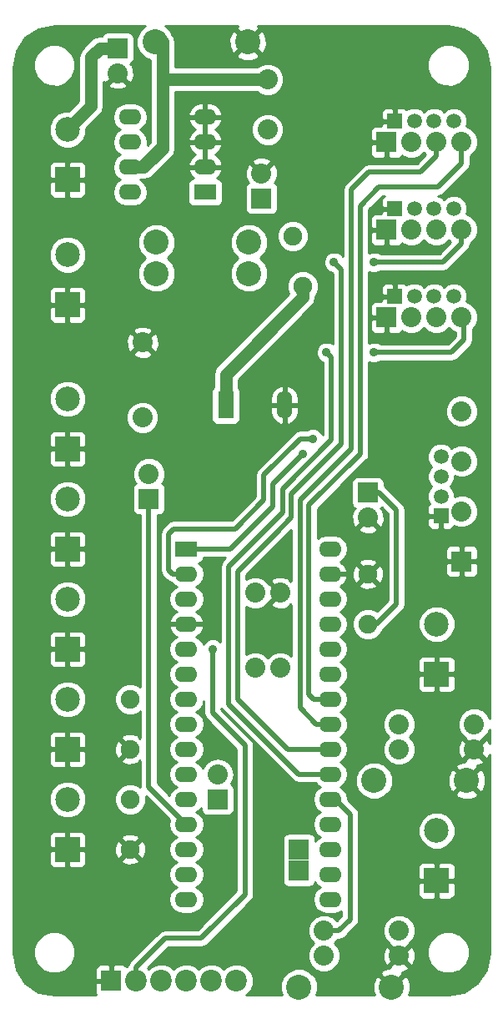
<source format=gtl>
G04 #@! TF.FileFunction,Copper,L1,Top,Signal*
%FSLAX46Y46*%
G04 Gerber Fmt 4.6, Leading zero omitted, Abs format (unit mm)*
G04 Created by KiCad (PCBNEW 4.0.2-stable) date 31/10/2016 17:04:06*
%MOMM*%
G01*
G04 APERTURE LIST*
%ADD10C,0.150000*%
%ADD11C,1.905000*%
%ADD12R,2.032000X2.032000*%
%ADD13C,2.032000*%
%ADD14C,2.540000*%
%ADD15R,2.286000X1.574800*%
%ADD16O,2.286000X1.574800*%
%ADD17O,2.032000X2.032000*%
%ADD18R,2.100580X2.100580*%
%ADD19C,2.199640*%
%ADD20R,1.500000X1.500000*%
%ADD21C,1.500000*%
%ADD22R,2.499360X2.499360*%
%ADD23C,2.499360*%
%ADD24R,1.600000X2.800000*%
%ADD25O,1.600000X2.800000*%
%ADD26C,0.889000*%
%ADD27C,1.270000*%
%ADD28C,0.508000*%
%ADD29C,0.254000*%
G04 APERTURE END LIST*
D10*
D11*
X12687000Y30857500D03*
X12687000Y25777500D03*
X12687000Y20697500D03*
X12687000Y15617500D03*
D12*
X36817000Y51812500D03*
D13*
X36817000Y49272500D03*
D11*
X36817000Y38477500D03*
X36817000Y43557500D03*
D12*
X11417000Y96897500D03*
D13*
X11417000Y94357500D03*
D12*
X26022000Y81657500D03*
D13*
X26022000Y84197500D03*
D12*
X14592000Y51177500D03*
D13*
X14592000Y53717500D03*
D14*
X29832000Y1647500D03*
X39230000Y1647500D03*
X37452000Y22602500D03*
X46850000Y22602500D03*
X24752000Y77212500D03*
X15354000Y77212500D03*
X24752000Y74037500D03*
X15354000Y74037500D03*
D11*
X29197000Y77847500D03*
X30197000Y72747500D03*
D15*
X18402000Y46097500D03*
D16*
X18402000Y43557500D03*
X18402000Y41017500D03*
X18402000Y38477500D03*
X18402000Y35937500D03*
X18402000Y33397500D03*
X18402000Y30857500D03*
X18402000Y28317500D03*
X18402000Y25777500D03*
X18402000Y23237500D03*
X18402000Y20697500D03*
X18402000Y18157500D03*
X18402000Y15617500D03*
X18402000Y13077500D03*
X18402000Y10537500D03*
X33007000Y10537500D03*
X33007000Y13077500D03*
X33007000Y15617500D03*
X33007000Y18157500D03*
X33007000Y20697500D03*
X33007000Y23237500D03*
X33007000Y25777500D03*
X33007000Y28317500D03*
X33007000Y30857500D03*
X33007000Y33397500D03*
X33007000Y35937500D03*
X33007000Y38477500D03*
X33007000Y41017500D03*
X33007000Y43557500D03*
X33007000Y46097500D03*
D12*
X29832000Y15617500D03*
X29832000Y13458500D03*
D13*
X26657000Y93722500D03*
X26657000Y88642500D03*
D12*
X21577000Y20697500D03*
D17*
X21577000Y23237500D03*
D18*
X10782000Y2282500D03*
D19*
X13322000Y2282500D03*
X15862000Y2282500D03*
X18402000Y2282500D03*
X20942000Y2282500D03*
X23482000Y2282500D03*
D12*
X38722000Y87372500D03*
D13*
X41262000Y87372500D03*
X43802000Y87372500D03*
X46342000Y87372500D03*
D20*
X39532000Y89483500D03*
D21*
X41532000Y89483500D03*
X43532000Y89483500D03*
X45532000Y89483500D03*
D12*
X38722000Y78482500D03*
D13*
X41262000Y78482500D03*
X43802000Y78482500D03*
X46342000Y78482500D03*
D20*
X39532000Y80593500D03*
D21*
X41532000Y80593500D03*
X43532000Y80593500D03*
X45532000Y80593500D03*
D12*
X38722000Y69592500D03*
D13*
X41262000Y69592500D03*
X43802000Y69592500D03*
X46342000Y69592500D03*
D20*
X39532000Y71703500D03*
D21*
X41532000Y71703500D03*
X43532000Y71703500D03*
X45532000Y71703500D03*
D13*
X13957000Y59432500D03*
X13957000Y67052500D03*
X25387000Y41652500D03*
X25387000Y34032500D03*
X27927000Y34032500D03*
X27927000Y41652500D03*
X32372000Y4822500D03*
X39992000Y4822500D03*
X39992000Y25777500D03*
X47612000Y25777500D03*
X39992000Y7362500D03*
X32372000Y7362500D03*
X47612000Y28317500D03*
X39992000Y28317500D03*
D15*
X20307000Y82292500D03*
D16*
X20307000Y84832500D03*
X20307000Y87372500D03*
X20307000Y89912500D03*
X12687000Y89912500D03*
X12687000Y87372500D03*
X12687000Y84832500D03*
X12687000Y82292500D03*
D12*
X46342000Y44827500D03*
D13*
X46342000Y49907500D03*
X46342000Y54987500D03*
X46342000Y60067500D03*
D20*
X44231000Y49447500D03*
D21*
X44231000Y51447500D03*
X44231000Y53447500D03*
X44231000Y55447500D03*
D22*
X6337000Y56257500D03*
D23*
X6337000Y61337500D03*
D22*
X6337000Y46097500D03*
D23*
X6337000Y51177500D03*
D22*
X6337000Y35937500D03*
D23*
X6337000Y41017500D03*
D22*
X6337000Y25777500D03*
D23*
X6337000Y30857500D03*
D22*
X6337000Y15617500D03*
D23*
X6337000Y20697500D03*
D22*
X6337000Y83562500D03*
D23*
X6337000Y88642500D03*
D22*
X6337000Y70862500D03*
D23*
X6337000Y75942500D03*
D22*
X43802000Y12442500D03*
D23*
X43802000Y17522500D03*
D22*
X43802000Y33397500D03*
D23*
X43802000Y38477500D03*
D24*
X22387000Y60702500D03*
D25*
X28387000Y60702500D03*
D14*
X15227000Y97532500D03*
X24625000Y97532500D03*
D26*
X21069000Y35937500D03*
X30213000Y55749500D03*
X31229000Y57273500D03*
X37452000Y66036500D03*
X32626000Y66036500D03*
X37452000Y75180500D03*
X33388000Y75180500D03*
D27*
X30197000Y72747500D02*
X30197000Y71608500D01*
X22387000Y63798500D02*
X22387000Y60702500D01*
X30197000Y71608500D02*
X22387000Y63798500D01*
D28*
X13322000Y2282500D02*
X13322000Y3679500D01*
X21069000Y29460500D02*
X21069000Y35937500D01*
X24371000Y26158500D02*
X21069000Y29460500D01*
X24371000Y11045500D02*
X24371000Y26158500D01*
X19926000Y6600500D02*
X24371000Y11045500D01*
X16243000Y6600500D02*
X19926000Y6600500D01*
X13322000Y3679500D02*
X16243000Y6600500D01*
X36817000Y38477500D02*
X37706000Y38477500D01*
X37706000Y38477500D02*
X39738000Y40509500D01*
X37960000Y51812500D02*
X36817000Y51812500D01*
X39738000Y50034500D02*
X37960000Y51812500D01*
X39738000Y40509500D02*
X39738000Y50034500D01*
D27*
X6337000Y88642500D02*
X8750000Y91055500D01*
X8750000Y91055500D02*
X8750000Y96008500D01*
X9639000Y96897500D02*
X11417000Y96897500D01*
X8750000Y96008500D02*
X9639000Y96897500D01*
D28*
X11417000Y96897500D02*
X9893000Y96897500D01*
X8750000Y95754500D02*
X8750000Y91055500D01*
X9893000Y96897500D02*
X8750000Y95754500D01*
X14592000Y51177500D02*
X14592000Y21967500D01*
X14592000Y21967500D02*
X18402000Y18157500D01*
X18402000Y18157500D02*
X17767000Y18157500D01*
X33007000Y20697500D02*
X33515000Y20697500D01*
X33515000Y20697500D02*
X35039000Y19173500D01*
X35039000Y19173500D02*
X35039000Y8505500D01*
X35039000Y8505500D02*
X33896000Y7362500D01*
X33896000Y7362500D02*
X32372000Y7362500D01*
X18402000Y46097500D02*
X22847000Y46097500D01*
X27165000Y52701500D02*
X30213000Y55749500D01*
X27165000Y50415500D02*
X27165000Y52701500D01*
X22847000Y46097500D02*
X27165000Y50415500D01*
X18402000Y43557500D02*
X17005000Y43557500D01*
X17005000Y43557500D02*
X16624000Y43938500D01*
X16624000Y43938500D02*
X16624000Y47621500D01*
X16624000Y47621500D02*
X17132000Y48129500D01*
X17132000Y48129500D02*
X23355000Y48129500D01*
X23355000Y48129500D02*
X26276000Y51050500D01*
X26276000Y51050500D02*
X26276000Y53590500D01*
X26276000Y53590500D02*
X29959000Y57273500D01*
X29959000Y57273500D02*
X31229000Y57273500D01*
X46596000Y67306500D02*
X46596000Y69338500D01*
X45326000Y66036500D02*
X46596000Y67306500D01*
X37452000Y66036500D02*
X45326000Y66036500D01*
X46596000Y69338500D02*
X46342000Y69592500D01*
X33007000Y23237500D02*
X29832000Y23237500D01*
X33134000Y65528500D02*
X32626000Y66036500D01*
X33134000Y57146500D02*
X33134000Y65528500D01*
X28181000Y52193500D02*
X33134000Y57146500D01*
X28181000Y49780500D02*
X28181000Y52193500D01*
X22720000Y44319500D02*
X28181000Y49780500D01*
X22720000Y30349500D02*
X22720000Y44319500D01*
X29832000Y23237500D02*
X22720000Y30349500D01*
X27419000Y47621500D02*
X29070000Y49272500D01*
X28689000Y25777500D02*
X23609000Y30857500D01*
X23609000Y30857500D02*
X23609000Y43811500D01*
X27228500Y47431000D02*
X27419000Y47621500D01*
X23609000Y43811500D02*
X27228500Y47431000D01*
X33007000Y25777500D02*
X28689000Y25777500D01*
X46342000Y77085500D02*
X46342000Y78482500D01*
X44437000Y75180500D02*
X46342000Y77085500D01*
X37452000Y75180500D02*
X44437000Y75180500D01*
X34150000Y74418500D02*
X33388000Y75180500D01*
X34150000Y56765500D02*
X34150000Y74418500D01*
X29070000Y51685500D02*
X34150000Y56765500D01*
X29070000Y49272500D02*
X29070000Y51685500D01*
X29959000Y49653500D02*
X29959000Y51050500D01*
X35166000Y56257500D02*
X35166000Y73275500D01*
X29959000Y51050500D02*
X35166000Y56257500D01*
X33007000Y28317500D02*
X31610000Y28317500D01*
X43802000Y85975500D02*
X43802000Y87372500D01*
X42151000Y84324500D02*
X43802000Y85975500D01*
X36944000Y84324500D02*
X42151000Y84324500D01*
X35166000Y82546500D02*
X36944000Y84324500D01*
X35166000Y73275500D02*
X35166000Y82546500D01*
X29959000Y29968500D02*
X29959000Y49653500D01*
X31610000Y28317500D02*
X29959000Y29968500D01*
X30848000Y45843500D02*
X30848000Y50542500D01*
X36055000Y55749500D02*
X36055000Y72640500D01*
X30848000Y50542500D02*
X36055000Y55749500D01*
X33007000Y30857500D02*
X31356000Y30857500D01*
X46342000Y85213500D02*
X46342000Y87372500D01*
X43929000Y82800500D02*
X46342000Y85213500D01*
X37960000Y82800500D02*
X43929000Y82800500D01*
X36055000Y80895500D02*
X37960000Y82800500D01*
X36055000Y72640500D02*
X36055000Y80895500D01*
X30848000Y31365500D02*
X30848000Y45843500D01*
X31356000Y30857500D02*
X30848000Y31365500D01*
D27*
X15989000Y97532500D02*
X15989000Y86737500D01*
X15989000Y86737500D02*
X14084000Y84832500D01*
D28*
X15989000Y87372500D02*
X15989000Y93468500D01*
X15989000Y93976500D02*
X15989000Y97532500D01*
D27*
X16243000Y93722500D02*
X15989000Y93976500D01*
D28*
X16243000Y93722500D02*
X15989000Y93468500D01*
X15989000Y93468500D02*
X15989000Y93976500D01*
D27*
X14084000Y84832500D02*
X12687000Y84832500D01*
X26657000Y93722500D02*
X16243000Y93722500D01*
D28*
X12687000Y84832500D02*
X13449000Y84832500D01*
X13449000Y84832500D02*
X15989000Y87372500D01*
D29*
G36*
X14149314Y99148422D02*
X13612961Y98613005D01*
X13322332Y97913090D01*
X13321670Y97155235D01*
X13611078Y96454814D01*
X14146495Y95918461D01*
X14719000Y95680737D01*
X14719000Y93976505D01*
X14718999Y93976500D01*
X14719000Y93976495D01*
X14719000Y87359736D01*
X14442244Y87082980D01*
X14499833Y87372500D01*
X14391559Y87916829D01*
X14083222Y88378289D01*
X13687801Y88642500D01*
X14083222Y88906711D01*
X14391559Y89368171D01*
X14499833Y89912500D01*
X14391559Y90456829D01*
X14083222Y90918289D01*
X13621762Y91226626D01*
X13077433Y91334900D01*
X12296567Y91334900D01*
X11752238Y91226626D01*
X11290778Y90918289D01*
X10982441Y90456829D01*
X10874167Y89912500D01*
X10982441Y89368171D01*
X11290778Y88906711D01*
X11686199Y88642500D01*
X11290778Y88378289D01*
X10982441Y87916829D01*
X10874167Y87372500D01*
X10982441Y86828171D01*
X11290778Y86366711D01*
X11686199Y86102500D01*
X11290778Y85838289D01*
X10982441Y85376829D01*
X10874167Y84832500D01*
X10982441Y84288171D01*
X11290778Y83826711D01*
X11686199Y83562500D01*
X11290778Y83298289D01*
X10982441Y82836829D01*
X10874167Y82292500D01*
X10982441Y81748171D01*
X11290778Y81286711D01*
X11752238Y80978374D01*
X12296567Y80870100D01*
X13077433Y80870100D01*
X13621762Y80978374D01*
X14083222Y81286711D01*
X14391559Y81748171D01*
X14499833Y82292500D01*
X14391559Y82836829D01*
X14229145Y83079900D01*
X18516560Y83079900D01*
X18516560Y81505100D01*
X18560838Y81269783D01*
X18699910Y81053659D01*
X18912110Y80908669D01*
X19164000Y80857660D01*
X21450000Y80857660D01*
X21685317Y80901938D01*
X21901441Y81041010D01*
X22046431Y81253210D01*
X22097440Y81505100D01*
X22097440Y82673500D01*
X24358560Y82673500D01*
X24358560Y80641500D01*
X24402838Y80406183D01*
X24541910Y80190059D01*
X24754110Y80045069D01*
X25006000Y79994060D01*
X27038000Y79994060D01*
X27273317Y80038338D01*
X27489441Y80177410D01*
X27634431Y80389610D01*
X27685440Y80641500D01*
X27685440Y82673500D01*
X27641162Y82908817D01*
X27502090Y83124941D01*
X27306943Y83258279D01*
X27454622Y83313620D01*
X27683816Y83929142D01*
X27660014Y84585519D01*
X27454622Y85081380D01*
X27186107Y85182002D01*
X26201605Y84197500D01*
X26215748Y84183357D01*
X26036143Y84003752D01*
X26022000Y84017895D01*
X26007858Y84003752D01*
X25828253Y84183357D01*
X25842395Y84197500D01*
X24857893Y85182002D01*
X24589378Y85081380D01*
X24360184Y84465858D01*
X24383986Y83809481D01*
X24589378Y83313620D01*
X24740254Y83257081D01*
X24554559Y83137590D01*
X24409569Y82925390D01*
X24358560Y82673500D01*
X22097440Y82673500D01*
X22097440Y83079900D01*
X22053162Y83315217D01*
X21914090Y83531341D01*
X21701890Y83676331D01*
X21508610Y83715471D01*
X21758191Y83916514D01*
X22025327Y84405504D01*
X22042010Y84485440D01*
X21919852Y84705500D01*
X20434000Y84705500D01*
X20434000Y84685500D01*
X20180000Y84685500D01*
X20180000Y84705500D01*
X18694148Y84705500D01*
X18571990Y84485440D01*
X18588673Y84405504D01*
X18855809Y83916514D01*
X19104544Y83716153D01*
X18928683Y83683062D01*
X18712559Y83543990D01*
X18567569Y83331790D01*
X18516560Y83079900D01*
X14229145Y83079900D01*
X14083222Y83298289D01*
X13687801Y83562500D01*
X14083995Y83562500D01*
X14084000Y83562499D01*
X14570008Y83659173D01*
X14982026Y83934474D01*
X16887023Y85839472D01*
X16887026Y85839474D01*
X17162327Y86251492D01*
X17175100Y86315706D01*
X17259001Y86737500D01*
X17259000Y86737505D01*
X17259000Y87025440D01*
X18571990Y87025440D01*
X18588673Y86945504D01*
X18855809Y86456514D01*
X19289738Y86106975D01*
X19304990Y86102500D01*
X19289738Y86098025D01*
X18855809Y85748486D01*
X18588673Y85259496D01*
X18571990Y85179560D01*
X18694148Y84959500D01*
X20180000Y84959500D01*
X20180000Y87245500D01*
X20434000Y87245500D01*
X20434000Y84959500D01*
X21919852Y84959500D01*
X22042010Y85179560D01*
X22025327Y85259496D01*
X21969544Y85361607D01*
X25037498Y85361607D01*
X26022000Y84377105D01*
X27006502Y85361607D01*
X26905880Y85630122D01*
X26290358Y85859316D01*
X25633981Y85835514D01*
X25138120Y85630122D01*
X25037498Y85361607D01*
X21969544Y85361607D01*
X21758191Y85748486D01*
X21324262Y86098025D01*
X21309010Y86102500D01*
X21324262Y86106975D01*
X21758191Y86456514D01*
X22025327Y86945504D01*
X22042010Y87025440D01*
X21919852Y87245500D01*
X20434000Y87245500D01*
X20180000Y87245500D01*
X18694148Y87245500D01*
X18571990Y87025440D01*
X17259000Y87025440D01*
X17259000Y89565440D01*
X18571990Y89565440D01*
X18588673Y89485504D01*
X18855809Y88996514D01*
X19289738Y88646975D01*
X19304990Y88642500D01*
X19289738Y88638025D01*
X18855809Y88288486D01*
X18588673Y87799496D01*
X18571990Y87719560D01*
X18694148Y87499500D01*
X20180000Y87499500D01*
X20180000Y89785500D01*
X20434000Y89785500D01*
X20434000Y87499500D01*
X21919852Y87499500D01*
X22042010Y87719560D01*
X22025327Y87799496D01*
X21758191Y88288486D01*
X21724610Y88315537D01*
X25005714Y88315537D01*
X25256534Y87708505D01*
X25720563Y87243666D01*
X26327155Y86991787D01*
X26983963Y86991214D01*
X27215178Y87086750D01*
X37071000Y87086750D01*
X37071000Y86230190D01*
X37167673Y85996801D01*
X37346302Y85818173D01*
X37579691Y85721500D01*
X38436250Y85721500D01*
X38595000Y85880250D01*
X38595000Y87245500D01*
X37229750Y87245500D01*
X37071000Y87086750D01*
X27215178Y87086750D01*
X27590995Y87242034D01*
X28055834Y87706063D01*
X28307713Y88312655D01*
X28308286Y88969463D01*
X28057466Y89576495D01*
X27593437Y90041334D01*
X26986845Y90293213D01*
X26330037Y90293786D01*
X25723005Y90042966D01*
X25258166Y89578937D01*
X25006287Y88972345D01*
X25005714Y88315537D01*
X21724610Y88315537D01*
X21324262Y88638025D01*
X21309010Y88642500D01*
X21324262Y88646975D01*
X21758191Y88996514D01*
X22025327Y89485504D01*
X22042010Y89565440D01*
X21919852Y89785500D01*
X20434000Y89785500D01*
X20180000Y89785500D01*
X18694148Y89785500D01*
X18571990Y89565440D01*
X17259000Y89565440D01*
X17259000Y90259560D01*
X18571990Y90259560D01*
X18694148Y90039500D01*
X20180000Y90039500D01*
X20180000Y91334900D01*
X20434000Y91334900D01*
X20434000Y90039500D01*
X21919852Y90039500D01*
X22042010Y90259560D01*
X22025327Y90339496D01*
X22014230Y90359810D01*
X38147000Y90359810D01*
X38147000Y89769250D01*
X38305750Y89610500D01*
X39405000Y89610500D01*
X39405000Y90709750D01*
X39246250Y90868500D01*
X38655691Y90868500D01*
X38422302Y90771827D01*
X38243673Y90593199D01*
X38147000Y90359810D01*
X22014230Y90359810D01*
X21758191Y90828486D01*
X21324262Y91178025D01*
X20789600Y91334900D01*
X20434000Y91334900D01*
X20180000Y91334900D01*
X19824400Y91334900D01*
X19289738Y91178025D01*
X18855809Y90828486D01*
X18588673Y90339496D01*
X18571990Y90259560D01*
X17259000Y90259560D01*
X17259000Y92452500D01*
X25591953Y92452500D01*
X25720563Y92323666D01*
X26327155Y92071787D01*
X26983963Y92071214D01*
X27590995Y92322034D01*
X28055834Y92786063D01*
X28307713Y93392655D01*
X28308286Y94049463D01*
X28057466Y94656495D01*
X27975420Y94738685D01*
X42851630Y94738685D01*
X43175980Y93953700D01*
X43776041Y93352591D01*
X44560459Y93026872D01*
X45409815Y93026130D01*
X46194800Y93350480D01*
X46795909Y93950541D01*
X47121628Y94734959D01*
X47122370Y95584315D01*
X46798020Y96369300D01*
X46197959Y96970409D01*
X45413541Y97296128D01*
X44564185Y97296870D01*
X43779200Y96972520D01*
X43178091Y96372459D01*
X42852372Y95588041D01*
X42851630Y94738685D01*
X27975420Y94738685D01*
X27593437Y95121334D01*
X26986845Y95373213D01*
X26330037Y95373786D01*
X25723005Y95122966D01*
X25592311Y94992500D01*
X17259000Y94992500D01*
X17259000Y96184723D01*
X23456828Y96184723D01*
X23588520Y95889843D01*
X24296036Y95618239D01*
X25053632Y95638064D01*
X25661480Y95889843D01*
X25793172Y96184723D01*
X24625000Y97352895D01*
X23456828Y96184723D01*
X17259000Y96184723D01*
X17259000Y97532500D01*
X17193565Y97861464D01*
X22710739Y97861464D01*
X22730564Y97103868D01*
X22982343Y96496020D01*
X23277223Y96364328D01*
X24445395Y97532500D01*
X24804605Y97532500D01*
X25972777Y96364328D01*
X26267657Y96496020D01*
X26539261Y97203536D01*
X26519436Y97961132D01*
X26267657Y98568980D01*
X25972777Y98700672D01*
X24804605Y97532500D01*
X24445395Y97532500D01*
X23277223Y98700672D01*
X22982343Y98568980D01*
X22710739Y97861464D01*
X17193565Y97861464D01*
X17162327Y98018508D01*
X16965980Y98312363D01*
X16842922Y98610186D01*
X16307505Y99146539D01*
X16240167Y99174500D01*
X23588227Y99174500D01*
X23456828Y98880277D01*
X24625000Y97712105D01*
X25793172Y98880277D01*
X25661773Y99174500D01*
X44918697Y99174500D01*
X46591323Y98841794D01*
X47940382Y97940382D01*
X48841794Y96591322D01*
X49174500Y94918697D01*
X49174500Y28859342D01*
X49012466Y29251495D01*
X48548437Y29716334D01*
X47941845Y29968213D01*
X47285037Y29968786D01*
X46678005Y29717966D01*
X46213166Y29253937D01*
X45961287Y28647345D01*
X45960714Y27990537D01*
X46211534Y27383505D01*
X46634366Y26959935D01*
X46627498Y26941607D01*
X47612000Y25957105D01*
X48596502Y26941607D01*
X48589453Y26960417D01*
X49010834Y27381063D01*
X49174500Y27775215D01*
X49174500Y26347826D01*
X49044622Y26661380D01*
X48776107Y26762002D01*
X47791605Y25777500D01*
X48776107Y24792998D01*
X49044622Y24893620D01*
X49174500Y25242420D01*
X49174500Y5081303D01*
X48841794Y3408678D01*
X47940382Y2059618D01*
X46591323Y1158206D01*
X44918697Y825500D01*
X40954992Y825500D01*
X41144261Y1318536D01*
X41124436Y2076132D01*
X40872657Y2683980D01*
X40577777Y2815672D01*
X39409605Y1647500D01*
X39423748Y1633357D01*
X39244143Y1453752D01*
X39230000Y1467895D01*
X39215858Y1453752D01*
X39036253Y1633357D01*
X39050395Y1647500D01*
X37882223Y2815672D01*
X37587343Y2683980D01*
X37315739Y1976464D01*
X37335564Y1218868D01*
X37498502Y825500D01*
X31553379Y825500D01*
X31736668Y1266910D01*
X31737330Y2024765D01*
X31447922Y2725186D01*
X31178303Y2995277D01*
X38061828Y2995277D01*
X39230000Y1827105D01*
X40398172Y2995277D01*
X40314730Y3182118D01*
X40380019Y3184486D01*
X40875880Y3389878D01*
X40976502Y3658393D01*
X39992000Y4642895D01*
X39007498Y3658393D01*
X39048713Y3548409D01*
X38801368Y3541936D01*
X38193520Y3290157D01*
X38061828Y2995277D01*
X31178303Y2995277D01*
X30912505Y3261539D01*
X30212590Y3552168D01*
X29454735Y3552830D01*
X28754314Y3263422D01*
X28217961Y2728005D01*
X27927332Y2028090D01*
X27926670Y1270235D01*
X28110431Y825500D01*
X24478004Y825500D01*
X24951851Y1298520D01*
X25216518Y1935909D01*
X25217120Y2626063D01*
X24953566Y3263913D01*
X24465980Y3752351D01*
X23828591Y4017018D01*
X23138437Y4017620D01*
X22500587Y3754066D01*
X22211924Y3465907D01*
X21925980Y3752351D01*
X21288591Y4017018D01*
X20598437Y4017620D01*
X19960587Y3754066D01*
X19671924Y3465907D01*
X19385980Y3752351D01*
X18748591Y4017018D01*
X18058437Y4017620D01*
X17420587Y3754066D01*
X17131924Y3465907D01*
X16845980Y3752351D01*
X16208591Y4017018D01*
X15518437Y4017620D01*
X14880587Y3754066D01*
X14591924Y3465907D01*
X14478882Y3579146D01*
X16611236Y5711500D01*
X19926000Y5711500D01*
X20266206Y5779171D01*
X20554618Y5971882D01*
X24999618Y10416882D01*
X25192329Y10705294D01*
X25260000Y11045500D01*
X25260000Y26158500D01*
X25192329Y26498706D01*
X24999618Y26787118D01*
X21958000Y29828736D01*
X21958000Y29920502D01*
X22003965Y29851711D01*
X22091382Y29720882D01*
X29203382Y22608882D01*
X29491794Y22416171D01*
X29832000Y22348500D01*
X31532742Y22348500D01*
X31610778Y22231711D01*
X32006199Y21967500D01*
X31610778Y21703289D01*
X31302441Y21241829D01*
X31194167Y20697500D01*
X31302441Y20153171D01*
X31610778Y19691711D01*
X32006199Y19427500D01*
X31610778Y19163289D01*
X31302441Y18701829D01*
X31194167Y18157500D01*
X31302441Y17613171D01*
X31610778Y17151711D01*
X32006199Y16887500D01*
X31610778Y16623289D01*
X31495440Y16450673D01*
X31495440Y16633500D01*
X31451162Y16868817D01*
X31312090Y17084941D01*
X31099890Y17229931D01*
X30848000Y17280940D01*
X28816000Y17280940D01*
X28580683Y17236662D01*
X28364559Y17097590D01*
X28219569Y16885390D01*
X28168560Y16633500D01*
X28168560Y14601500D01*
X28180947Y14535669D01*
X28168560Y14474500D01*
X28168560Y12442500D01*
X28212838Y12207183D01*
X28351910Y11991059D01*
X28564110Y11846069D01*
X28816000Y11795060D01*
X30848000Y11795060D01*
X31083317Y11839338D01*
X31299441Y11978410D01*
X31444431Y12190610D01*
X31464643Y12290418D01*
X31610778Y12071711D01*
X32006199Y11807500D01*
X31610778Y11543289D01*
X31302441Y11081829D01*
X31194167Y10537500D01*
X31302441Y9993171D01*
X31610778Y9531711D01*
X32072238Y9223374D01*
X32616567Y9115100D01*
X33397433Y9115100D01*
X33941762Y9223374D01*
X34150000Y9362514D01*
X34150000Y8873736D01*
X33672700Y8396436D01*
X33308437Y8761334D01*
X32701845Y9013213D01*
X32045037Y9013786D01*
X31438005Y8762966D01*
X30973166Y8298937D01*
X30721287Y7692345D01*
X30720714Y7035537D01*
X30971534Y6428505D01*
X31307132Y6092321D01*
X30973166Y5758937D01*
X30721287Y5152345D01*
X30720714Y4495537D01*
X30971534Y3888505D01*
X31435563Y3423666D01*
X32042155Y3171787D01*
X32698963Y3171214D01*
X33305995Y3422034D01*
X33770834Y3886063D01*
X34022713Y4492655D01*
X34023234Y5090858D01*
X38330184Y5090858D01*
X38353986Y4434481D01*
X38559378Y3938620D01*
X38827893Y3837998D01*
X39812395Y4822500D01*
X40171605Y4822500D01*
X41156107Y3837998D01*
X41424622Y3938620D01*
X41653816Y4554142D01*
X41647124Y4738685D01*
X42851630Y4738685D01*
X43175980Y3953700D01*
X43776041Y3352591D01*
X44560459Y3026872D01*
X45409815Y3026130D01*
X46194800Y3350480D01*
X46795909Y3950541D01*
X47121628Y4734959D01*
X47122370Y5584315D01*
X46798020Y6369300D01*
X46197959Y6970409D01*
X45413541Y7296128D01*
X44564185Y7296870D01*
X43779200Y6972520D01*
X43178091Y6372459D01*
X42852372Y5588041D01*
X42851630Y4738685D01*
X41647124Y4738685D01*
X41630014Y5210519D01*
X41424622Y5706380D01*
X41156107Y5807002D01*
X40171605Y4822500D01*
X39812395Y4822500D01*
X38827893Y5807002D01*
X38559378Y5706380D01*
X38330184Y5090858D01*
X34023234Y5090858D01*
X34023286Y5149463D01*
X33772466Y5756495D01*
X33436868Y6092679D01*
X33770834Y6426063D01*
X33790532Y6473500D01*
X33896000Y6473500D01*
X34236206Y6541171D01*
X34524618Y6733882D01*
X34826273Y7035537D01*
X38340714Y7035537D01*
X38591534Y6428505D01*
X39014366Y6004935D01*
X39007498Y5986607D01*
X39992000Y5002105D01*
X40976502Y5986607D01*
X40969453Y6005417D01*
X41390834Y6426063D01*
X41642713Y7032655D01*
X41643286Y7689463D01*
X41392466Y8296495D01*
X40928437Y8761334D01*
X40321845Y9013213D01*
X39665037Y9013786D01*
X39058005Y8762966D01*
X38593166Y8298937D01*
X38341287Y7692345D01*
X38340714Y7035537D01*
X34826273Y7035537D01*
X35667618Y7876882D01*
X35743948Y7991118D01*
X35860329Y8165294D01*
X35928000Y8505500D01*
X35928000Y12156750D01*
X41917320Y12156750D01*
X41917320Y11066511D01*
X42013993Y10833122D01*
X42192621Y10654493D01*
X42426010Y10557820D01*
X43516250Y10557820D01*
X43675000Y10716570D01*
X43675000Y12315500D01*
X43929000Y12315500D01*
X43929000Y10716570D01*
X44087750Y10557820D01*
X45177990Y10557820D01*
X45411379Y10654493D01*
X45590007Y10833122D01*
X45686680Y11066511D01*
X45686680Y12156750D01*
X45527930Y12315500D01*
X43929000Y12315500D01*
X43675000Y12315500D01*
X42076070Y12315500D01*
X41917320Y12156750D01*
X35928000Y12156750D01*
X35928000Y13818489D01*
X41917320Y13818489D01*
X41917320Y12728250D01*
X42076070Y12569500D01*
X43675000Y12569500D01*
X43675000Y14168430D01*
X43929000Y14168430D01*
X43929000Y12569500D01*
X45527930Y12569500D01*
X45686680Y12728250D01*
X45686680Y13818489D01*
X45590007Y14051878D01*
X45411379Y14230507D01*
X45177990Y14327180D01*
X44087750Y14327180D01*
X43929000Y14168430D01*
X43675000Y14168430D01*
X43516250Y14327180D01*
X42426010Y14327180D01*
X42192621Y14230507D01*
X42013993Y14051878D01*
X41917320Y13818489D01*
X35928000Y13818489D01*
X35928000Y17149259D01*
X41916994Y17149259D01*
X42203314Y16456309D01*
X42733021Y15925678D01*
X43425469Y15638148D01*
X44175241Y15637494D01*
X44868191Y15923814D01*
X45398822Y16453521D01*
X45686352Y17145969D01*
X45687006Y17895741D01*
X45400686Y18588691D01*
X44870979Y19119322D01*
X44178531Y19406852D01*
X43428759Y19407506D01*
X42735809Y19121186D01*
X42205178Y18591479D01*
X41917648Y17899031D01*
X41916994Y17149259D01*
X35928000Y17149259D01*
X35928000Y19173500D01*
X35860329Y19513706D01*
X35667618Y19802118D01*
X34811936Y20657800D01*
X34819833Y20697500D01*
X34711559Y21241829D01*
X34403222Y21703289D01*
X34007801Y21967500D01*
X34393529Y22225235D01*
X35546670Y22225235D01*
X35836078Y21524814D01*
X36371495Y20988461D01*
X37071410Y20697832D01*
X37829265Y20697170D01*
X38529686Y20986578D01*
X38798299Y21254723D01*
X45681828Y21254723D01*
X45813520Y20959843D01*
X46521036Y20688239D01*
X47278632Y20708064D01*
X47886480Y20959843D01*
X48018172Y21254723D01*
X46850000Y22422895D01*
X45681828Y21254723D01*
X38798299Y21254723D01*
X39066039Y21521995D01*
X39356668Y22221910D01*
X39357287Y22931464D01*
X44935739Y22931464D01*
X44955564Y22173868D01*
X45207343Y21566020D01*
X45502223Y21434328D01*
X46670395Y22602500D01*
X47029605Y22602500D01*
X48197777Y21434328D01*
X48492657Y21566020D01*
X48764261Y22273536D01*
X48744436Y23031132D01*
X48492657Y23638980D01*
X48197777Y23770672D01*
X47029605Y22602500D01*
X46670395Y22602500D01*
X45502223Y23770672D01*
X45207343Y23638980D01*
X44935739Y22931464D01*
X39357287Y22931464D01*
X39357330Y22979765D01*
X39067922Y23680186D01*
X38798303Y23950277D01*
X45681828Y23950277D01*
X46850000Y22782105D01*
X48018172Y23950277D01*
X47934730Y24137118D01*
X48000019Y24139486D01*
X48495880Y24344878D01*
X48596502Y24613393D01*
X47612000Y25597895D01*
X46627498Y24613393D01*
X46668713Y24503409D01*
X46421368Y24496936D01*
X45813520Y24245157D01*
X45681828Y23950277D01*
X38798303Y23950277D01*
X38532505Y24216539D01*
X37832590Y24507168D01*
X37074735Y24507830D01*
X36374314Y24218422D01*
X35837961Y23683005D01*
X35547332Y22983090D01*
X35546670Y22225235D01*
X34393529Y22225235D01*
X34403222Y22231711D01*
X34711559Y22693171D01*
X34819833Y23237500D01*
X34711559Y23781829D01*
X34403222Y24243289D01*
X34007801Y24507500D01*
X34403222Y24771711D01*
X34711559Y25233171D01*
X34819833Y25777500D01*
X34711559Y26321829D01*
X34403222Y26783289D01*
X34007801Y27047500D01*
X34403222Y27311711D01*
X34711559Y27773171D01*
X34754795Y27990537D01*
X38340714Y27990537D01*
X38591534Y27383505D01*
X38927132Y27047321D01*
X38593166Y26713937D01*
X38341287Y26107345D01*
X38340714Y25450537D01*
X38591534Y24843505D01*
X39055563Y24378666D01*
X39662155Y24126787D01*
X40318963Y24126214D01*
X40925995Y24377034D01*
X41390834Y24841063D01*
X41642713Y25447655D01*
X41643234Y26045858D01*
X45950184Y26045858D01*
X45973986Y25389481D01*
X46179378Y24893620D01*
X46447893Y24792998D01*
X47432395Y25777500D01*
X46447893Y26762002D01*
X46179378Y26661380D01*
X45950184Y26045858D01*
X41643234Y26045858D01*
X41643286Y26104463D01*
X41392466Y26711495D01*
X41056868Y27047679D01*
X41390834Y27381063D01*
X41642713Y27987655D01*
X41643286Y28644463D01*
X41392466Y29251495D01*
X40928437Y29716334D01*
X40321845Y29968213D01*
X39665037Y29968786D01*
X39058005Y29717966D01*
X38593166Y29253937D01*
X38341287Y28647345D01*
X38340714Y27990537D01*
X34754795Y27990537D01*
X34819833Y28317500D01*
X34711559Y28861829D01*
X34403222Y29323289D01*
X34007801Y29587500D01*
X34403222Y29851711D01*
X34711559Y30313171D01*
X34819833Y30857500D01*
X34711559Y31401829D01*
X34403222Y31863289D01*
X34007801Y32127500D01*
X34403222Y32391711D01*
X34711559Y32853171D01*
X34762993Y33111750D01*
X41917320Y33111750D01*
X41917320Y32021511D01*
X42013993Y31788122D01*
X42192621Y31609493D01*
X42426010Y31512820D01*
X43516250Y31512820D01*
X43675000Y31671570D01*
X43675000Y33270500D01*
X43929000Y33270500D01*
X43929000Y31671570D01*
X44087750Y31512820D01*
X45177990Y31512820D01*
X45411379Y31609493D01*
X45590007Y31788122D01*
X45686680Y32021511D01*
X45686680Y33111750D01*
X45527930Y33270500D01*
X43929000Y33270500D01*
X43675000Y33270500D01*
X42076070Y33270500D01*
X41917320Y33111750D01*
X34762993Y33111750D01*
X34819833Y33397500D01*
X34711559Y33941829D01*
X34403222Y34403289D01*
X34007801Y34667500D01*
X34166425Y34773489D01*
X41917320Y34773489D01*
X41917320Y33683250D01*
X42076070Y33524500D01*
X43675000Y33524500D01*
X43675000Y35123430D01*
X43929000Y35123430D01*
X43929000Y33524500D01*
X45527930Y33524500D01*
X45686680Y33683250D01*
X45686680Y34773489D01*
X45590007Y35006878D01*
X45411379Y35185507D01*
X45177990Y35282180D01*
X44087750Y35282180D01*
X43929000Y35123430D01*
X43675000Y35123430D01*
X43516250Y35282180D01*
X42426010Y35282180D01*
X42192621Y35185507D01*
X42013993Y35006878D01*
X41917320Y34773489D01*
X34166425Y34773489D01*
X34403222Y34931711D01*
X34711559Y35393171D01*
X34819833Y35937500D01*
X34711559Y36481829D01*
X34403222Y36943289D01*
X34007801Y37207500D01*
X34403222Y37471711D01*
X34711559Y37933171D01*
X34819833Y38477500D01*
X34711559Y39021829D01*
X34403222Y39483289D01*
X34007801Y39747500D01*
X34403222Y40011711D01*
X34711559Y40473171D01*
X34819833Y41017500D01*
X34711559Y41561829D01*
X34403222Y42023289D01*
X34008170Y42287254D01*
X34024262Y42291975D01*
X34207206Y42439341D01*
X35878446Y42439341D01*
X35971288Y42177412D01*
X36563801Y41958825D01*
X37194861Y41983622D01*
X37662712Y42177412D01*
X37755554Y42439341D01*
X36817000Y43377895D01*
X35878446Y42439341D01*
X34207206Y42439341D01*
X34458191Y42641514D01*
X34725327Y43130504D01*
X34742010Y43210440D01*
X34619852Y43430500D01*
X33134000Y43430500D01*
X33134000Y43410500D01*
X32880000Y43410500D01*
X32880000Y43430500D01*
X32860000Y43430500D01*
X32860000Y43684500D01*
X32880000Y43684500D01*
X32880000Y43704500D01*
X33134000Y43704500D01*
X33134000Y43684500D01*
X34619852Y43684500D01*
X34689906Y43810699D01*
X35218325Y43810699D01*
X35243122Y43179639D01*
X35436912Y42711788D01*
X35698841Y42618946D01*
X36637395Y43557500D01*
X36996605Y43557500D01*
X37935159Y42618946D01*
X38197088Y42711788D01*
X38415675Y43304301D01*
X38390878Y43935361D01*
X38197088Y44403212D01*
X37935159Y44496054D01*
X36996605Y43557500D01*
X36637395Y43557500D01*
X35698841Y44496054D01*
X35436912Y44403212D01*
X35218325Y43810699D01*
X34689906Y43810699D01*
X34742010Y43904560D01*
X34725327Y43984496D01*
X34458191Y44473486D01*
X34207207Y44675659D01*
X35878446Y44675659D01*
X36817000Y43737105D01*
X37755554Y44675659D01*
X37662712Y44937588D01*
X37070199Y45156175D01*
X36439139Y45131378D01*
X35971288Y44937588D01*
X35878446Y44675659D01*
X34207207Y44675659D01*
X34024262Y44823025D01*
X34008170Y44827746D01*
X34403222Y45091711D01*
X34711559Y45553171D01*
X34819833Y46097500D01*
X34711559Y46641829D01*
X34403222Y47103289D01*
X33941762Y47411626D01*
X33397433Y47519900D01*
X32616567Y47519900D01*
X32072238Y47411626D01*
X31737000Y47187628D01*
X31737000Y48108393D01*
X35832498Y48108393D01*
X35933120Y47839878D01*
X36548642Y47610684D01*
X37205019Y47634486D01*
X37700880Y47839878D01*
X37801502Y48108393D01*
X36817000Y49092895D01*
X35832498Y48108393D01*
X31737000Y48108393D01*
X31737000Y50174264D01*
X34391236Y52828500D01*
X35153560Y52828500D01*
X35153560Y50796500D01*
X35197838Y50561183D01*
X35336910Y50345059D01*
X35532057Y50211721D01*
X35384378Y50156380D01*
X35155184Y49540858D01*
X35178986Y48884481D01*
X35384378Y48388620D01*
X35652893Y48287998D01*
X36637395Y49272500D01*
X36623253Y49286642D01*
X36802858Y49466247D01*
X36817000Y49452105D01*
X36831143Y49466247D01*
X37010748Y49286642D01*
X36996605Y49272500D01*
X37981107Y48287998D01*
X38249622Y48388620D01*
X38478816Y49004142D01*
X38455014Y49660519D01*
X38249622Y50156380D01*
X38098746Y50212919D01*
X38222629Y50292635D01*
X38849000Y49666264D01*
X38849000Y40877736D01*
X37755575Y39784311D01*
X37717421Y39822532D01*
X37134159Y40064724D01*
X36502612Y40065275D01*
X35918928Y39824102D01*
X35471968Y39377921D01*
X35229776Y38794659D01*
X35229225Y38163112D01*
X35470398Y37579428D01*
X35916579Y37132468D01*
X36499841Y36890276D01*
X37131388Y36889725D01*
X37715072Y37130898D01*
X38162032Y37577079D01*
X38251961Y37793653D01*
X38334618Y37848882D01*
X38589995Y38104259D01*
X41916994Y38104259D01*
X42203314Y37411309D01*
X42733021Y36880678D01*
X43425469Y36593148D01*
X44175241Y36592494D01*
X44868191Y36878814D01*
X45398822Y37408521D01*
X45686352Y38100969D01*
X45687006Y38850741D01*
X45400686Y39543691D01*
X44870979Y40074322D01*
X44178531Y40361852D01*
X43428759Y40362506D01*
X42735809Y40076186D01*
X42205178Y39546479D01*
X41917648Y38854031D01*
X41916994Y38104259D01*
X38589995Y38104259D01*
X40366618Y39880882D01*
X40489457Y40064724D01*
X40559329Y40169294D01*
X40627000Y40509500D01*
X40627000Y44541750D01*
X44691000Y44541750D01*
X44691000Y43685191D01*
X44787673Y43451802D01*
X44966301Y43273173D01*
X45199690Y43176500D01*
X46056250Y43176500D01*
X46215000Y43335250D01*
X46215000Y44700500D01*
X46469000Y44700500D01*
X46469000Y43335250D01*
X46627750Y43176500D01*
X47484310Y43176500D01*
X47717699Y43273173D01*
X47896327Y43451802D01*
X47993000Y43685191D01*
X47993000Y44541750D01*
X47834250Y44700500D01*
X46469000Y44700500D01*
X46215000Y44700500D01*
X44849750Y44700500D01*
X44691000Y44541750D01*
X40627000Y44541750D01*
X40627000Y45969809D01*
X44691000Y45969809D01*
X44691000Y45113250D01*
X44849750Y44954500D01*
X46215000Y44954500D01*
X46215000Y46319750D01*
X46469000Y46319750D01*
X46469000Y44954500D01*
X47834250Y44954500D01*
X47993000Y45113250D01*
X47993000Y45969809D01*
X47896327Y46203198D01*
X47717699Y46381827D01*
X47484310Y46478500D01*
X46627750Y46478500D01*
X46469000Y46319750D01*
X46215000Y46319750D01*
X46056250Y46478500D01*
X45199690Y46478500D01*
X44966301Y46381827D01*
X44787673Y46203198D01*
X44691000Y45969809D01*
X40627000Y45969809D01*
X40627000Y49161750D01*
X42846000Y49161750D01*
X42846000Y48571191D01*
X42942673Y48337802D01*
X43121301Y48159173D01*
X43354690Y48062500D01*
X43945250Y48062500D01*
X44104000Y48221250D01*
X44104000Y49320500D01*
X43004750Y49320500D01*
X42846000Y49161750D01*
X40627000Y49161750D01*
X40627000Y50034500D01*
X40559329Y50374706D01*
X40366618Y50663118D01*
X38588618Y52441118D01*
X38480440Y52513400D01*
X38480440Y52828500D01*
X38436162Y53063817D01*
X38297090Y53279941D01*
X38084890Y53424931D01*
X37833000Y53475940D01*
X35801000Y53475940D01*
X35565683Y53431662D01*
X35349559Y53292590D01*
X35204569Y53080390D01*
X35153560Y52828500D01*
X34391236Y52828500D01*
X36683618Y55120882D01*
X36718586Y55173215D01*
X42845760Y55173215D01*
X43056169Y54663985D01*
X43272313Y54447464D01*
X43057539Y54233064D01*
X42846241Y53724202D01*
X42845760Y53173215D01*
X43056169Y52663985D01*
X43272313Y52447464D01*
X43057539Y52233064D01*
X42846241Y51724202D01*
X42845760Y51173215D01*
X43054207Y50668733D01*
X42942673Y50557198D01*
X42846000Y50323809D01*
X42846000Y49733250D01*
X43004750Y49574500D01*
X44104000Y49574500D01*
X44104000Y49594500D01*
X44358000Y49594500D01*
X44358000Y49574500D01*
X44378000Y49574500D01*
X44378000Y49320500D01*
X44358000Y49320500D01*
X44358000Y48221250D01*
X44516750Y48062500D01*
X45107310Y48062500D01*
X45340699Y48159173D01*
X45519327Y48337802D01*
X45563019Y48443284D01*
X46012155Y48256787D01*
X46668963Y48256214D01*
X47275995Y48507034D01*
X47740834Y48971063D01*
X47992713Y49577655D01*
X47993286Y50234463D01*
X47742466Y50841495D01*
X47278437Y51306334D01*
X46671845Y51558213D01*
X46015037Y51558786D01*
X45615954Y51393888D01*
X45616240Y51721785D01*
X45405831Y52231015D01*
X45189687Y52447536D01*
X45404461Y52661936D01*
X45615759Y53170798D01*
X45616047Y53501265D01*
X46012155Y53336787D01*
X46668963Y53336214D01*
X47275995Y53587034D01*
X47740834Y54051063D01*
X47992713Y54657655D01*
X47993286Y55314463D01*
X47742466Y55921495D01*
X47278437Y56386334D01*
X46671845Y56638213D01*
X46015037Y56638786D01*
X45408005Y56387966D01*
X45328441Y56308540D01*
X45016564Y56620961D01*
X44507702Y56832259D01*
X43956715Y56832740D01*
X43447485Y56622331D01*
X43057539Y56233064D01*
X42846241Y55724202D01*
X42845760Y55173215D01*
X36718586Y55173215D01*
X36876329Y55409294D01*
X36944000Y55749500D01*
X36944000Y59740537D01*
X44690714Y59740537D01*
X44941534Y59133505D01*
X45405563Y58668666D01*
X46012155Y58416787D01*
X46668963Y58416214D01*
X47275995Y58667034D01*
X47740834Y59131063D01*
X47992713Y59737655D01*
X47993286Y60394463D01*
X47742466Y61001495D01*
X47278437Y61466334D01*
X46671845Y61718213D01*
X46015037Y61718786D01*
X45408005Y61467966D01*
X44943166Y61003937D01*
X44691287Y60397345D01*
X44690714Y59740537D01*
X36944000Y59740537D01*
X36944000Y65078574D01*
X37236332Y64957187D01*
X37665784Y64956813D01*
X38062689Y65120811D01*
X38089425Y65147500D01*
X45326000Y65147500D01*
X45666206Y65215171D01*
X45954618Y65407882D01*
X47224618Y66677882D01*
X47295619Y66784142D01*
X47417329Y66966294D01*
X47485000Y67306500D01*
X47485000Y68400675D01*
X47740834Y68656063D01*
X47992713Y69262655D01*
X47993286Y69919463D01*
X47742466Y70526495D01*
X47278437Y70991334D01*
X46815721Y71183471D01*
X46916759Y71426798D01*
X46917240Y71977785D01*
X46706831Y72487015D01*
X46317564Y72876961D01*
X45808702Y73088259D01*
X45257715Y73088740D01*
X44748485Y72878331D01*
X44531964Y72662187D01*
X44317564Y72876961D01*
X43808702Y73088259D01*
X43257715Y73088740D01*
X42748485Y72878331D01*
X42531964Y72662187D01*
X42317564Y72876961D01*
X41808702Y73088259D01*
X41257715Y73088740D01*
X40753233Y72880293D01*
X40641698Y72991827D01*
X40408309Y73088500D01*
X39817750Y73088500D01*
X39659000Y72929750D01*
X39659000Y71830500D01*
X39679000Y71830500D01*
X39679000Y71576500D01*
X39659000Y71576500D01*
X39659000Y71556500D01*
X39405000Y71556500D01*
X39405000Y71576500D01*
X38305750Y71576500D01*
X38147000Y71417750D01*
X38147000Y71243500D01*
X37579691Y71243500D01*
X37346302Y71146827D01*
X37167673Y70968199D01*
X37071000Y70734810D01*
X37071000Y69878250D01*
X37229750Y69719500D01*
X38595000Y69719500D01*
X38595000Y69739500D01*
X38849000Y69739500D01*
X38849000Y69719500D01*
X38869000Y69719500D01*
X38869000Y69465500D01*
X38849000Y69465500D01*
X38849000Y68100250D01*
X39007750Y67941500D01*
X39864309Y67941500D01*
X40097698Y68038173D01*
X40276327Y68216801D01*
X40283993Y68235308D01*
X40325563Y68193666D01*
X40932155Y67941787D01*
X41588963Y67941214D01*
X42195995Y68192034D01*
X42532179Y68527632D01*
X42865563Y68193666D01*
X43472155Y67941787D01*
X44128963Y67941214D01*
X44735995Y68192034D01*
X45072179Y68527632D01*
X45405563Y68193666D01*
X45707000Y68068498D01*
X45707000Y67674736D01*
X44957764Y66925500D01*
X38089863Y66925500D01*
X38064286Y66951122D01*
X37667668Y67115813D01*
X37238216Y67116187D01*
X36944000Y66994619D01*
X36944000Y69306750D01*
X37071000Y69306750D01*
X37071000Y68450190D01*
X37167673Y68216801D01*
X37346302Y68038173D01*
X37579691Y67941500D01*
X38436250Y67941500D01*
X38595000Y68100250D01*
X38595000Y69465500D01*
X37229750Y69465500D01*
X37071000Y69306750D01*
X36944000Y69306750D01*
X36944000Y72579810D01*
X38147000Y72579810D01*
X38147000Y71989250D01*
X38305750Y71830500D01*
X39405000Y71830500D01*
X39405000Y72929750D01*
X39246250Y73088500D01*
X38655691Y73088500D01*
X38422302Y72991827D01*
X38243673Y72813199D01*
X38147000Y72579810D01*
X36944000Y72579810D01*
X36944000Y74222574D01*
X37236332Y74101187D01*
X37665784Y74100813D01*
X38062689Y74264811D01*
X38089425Y74291500D01*
X44437000Y74291500D01*
X44777206Y74359171D01*
X45065618Y74551882D01*
X46970618Y76456882D01*
X47163329Y76745294D01*
X47226220Y77061467D01*
X47275995Y77082034D01*
X47740834Y77546063D01*
X47992713Y78152655D01*
X47993286Y78809463D01*
X47742466Y79416495D01*
X47278437Y79881334D01*
X46815721Y80073471D01*
X46916759Y80316798D01*
X46917240Y80867785D01*
X46706831Y81377015D01*
X46317564Y81766961D01*
X45808702Y81978259D01*
X45257715Y81978740D01*
X44748485Y81768331D01*
X44531964Y81552187D01*
X44317564Y81766961D01*
X43956366Y81916943D01*
X44269206Y81979171D01*
X44557618Y82171882D01*
X46970618Y84584882D01*
X47163329Y84873294D01*
X47231000Y85213500D01*
X47231000Y85953442D01*
X47275995Y85972034D01*
X47740834Y86436063D01*
X47992713Y87042655D01*
X47993286Y87699463D01*
X47742466Y88306495D01*
X47278437Y88771334D01*
X46815721Y88963471D01*
X46916759Y89206798D01*
X46917240Y89757785D01*
X46706831Y90267015D01*
X46317564Y90656961D01*
X45808702Y90868259D01*
X45257715Y90868740D01*
X44748485Y90658331D01*
X44531964Y90442187D01*
X44317564Y90656961D01*
X43808702Y90868259D01*
X43257715Y90868740D01*
X42748485Y90658331D01*
X42531964Y90442187D01*
X42317564Y90656961D01*
X41808702Y90868259D01*
X41257715Y90868740D01*
X40753233Y90660293D01*
X40641698Y90771827D01*
X40408309Y90868500D01*
X39817750Y90868500D01*
X39659000Y90709750D01*
X39659000Y89610500D01*
X39679000Y89610500D01*
X39679000Y89356500D01*
X39659000Y89356500D01*
X39659000Y89336500D01*
X39405000Y89336500D01*
X39405000Y89356500D01*
X38305750Y89356500D01*
X38147000Y89197750D01*
X38147000Y89023500D01*
X37579691Y89023500D01*
X37346302Y88926827D01*
X37167673Y88748199D01*
X37071000Y88514810D01*
X37071000Y87658250D01*
X37229750Y87499500D01*
X38595000Y87499500D01*
X38595000Y87519500D01*
X38849000Y87519500D01*
X38849000Y87499500D01*
X38869000Y87499500D01*
X38869000Y87245500D01*
X38849000Y87245500D01*
X38849000Y85880250D01*
X39007750Y85721500D01*
X39864309Y85721500D01*
X40097698Y85818173D01*
X40276327Y85996801D01*
X40283993Y86015308D01*
X40325563Y85973666D01*
X40932155Y85721787D01*
X41588963Y85721214D01*
X42195995Y85972034D01*
X42532179Y86307632D01*
X42704387Y86135123D01*
X41782764Y85213500D01*
X36944000Y85213500D01*
X36603794Y85145829D01*
X36324933Y84959500D01*
X36315382Y84953118D01*
X34537382Y83175118D01*
X34344671Y82886706D01*
X34277000Y82546500D01*
X34277000Y75817925D01*
X34000286Y76095122D01*
X33603668Y76259813D01*
X33174216Y76260187D01*
X32777311Y76096189D01*
X32473378Y75792786D01*
X32308687Y75396168D01*
X32308313Y74966716D01*
X32472311Y74569811D01*
X32775714Y74265878D01*
X33172332Y74101187D01*
X33210110Y74101154D01*
X33261000Y74050264D01*
X33261000Y66928368D01*
X33238286Y66951122D01*
X32841668Y67115813D01*
X32412216Y67116187D01*
X32015311Y66952189D01*
X31711378Y66648786D01*
X31546687Y66252168D01*
X31546313Y65822716D01*
X31710311Y65425811D01*
X32013714Y65121878D01*
X32245000Y65025839D01*
X32245000Y57641418D01*
X32144689Y57884189D01*
X31841286Y58188122D01*
X31444668Y58352813D01*
X31015216Y58353187D01*
X30618311Y58189189D01*
X30591575Y58162500D01*
X29959000Y58162500D01*
X29618795Y58094830D01*
X29330382Y57902118D01*
X25647382Y54219118D01*
X25454671Y53930706D01*
X25387000Y53590500D01*
X25387000Y51418736D01*
X22986764Y49018500D01*
X17132000Y49018500D01*
X16791794Y48950829D01*
X16503382Y48758118D01*
X15995382Y48250118D01*
X15802671Y47961706D01*
X15735000Y47621500D01*
X15735000Y43938500D01*
X15802671Y43598294D01*
X15900554Y43451802D01*
X15995382Y43309882D01*
X16376382Y42928882D01*
X16664794Y42736171D01*
X16915900Y42686223D01*
X17005778Y42551711D01*
X17401199Y42287500D01*
X17005778Y42023289D01*
X16697441Y41561829D01*
X16589167Y41017500D01*
X16697441Y40473171D01*
X17005778Y40011711D01*
X17400830Y39747746D01*
X17384738Y39743025D01*
X16950809Y39393486D01*
X16683673Y38904496D01*
X16666990Y38824560D01*
X16789148Y38604500D01*
X18275000Y38604500D01*
X18275000Y38624500D01*
X18529000Y38624500D01*
X18529000Y38604500D01*
X20014852Y38604500D01*
X20137010Y38824560D01*
X20120327Y38904496D01*
X19853191Y39393486D01*
X19419262Y39743025D01*
X19403170Y39747746D01*
X19798222Y40011711D01*
X20106559Y40473171D01*
X20214833Y41017500D01*
X20106559Y41561829D01*
X19798222Y42023289D01*
X19402801Y42287500D01*
X19798222Y42551711D01*
X20106559Y43013171D01*
X20214833Y43557500D01*
X20106559Y44101829D01*
X19798222Y44563289D01*
X19626540Y44678003D01*
X19780317Y44706938D01*
X19996441Y44846010D01*
X20141431Y45058210D01*
X20171865Y45208500D01*
X22351764Y45208500D01*
X22091382Y44948118D01*
X21898671Y44659706D01*
X21831000Y44319500D01*
X21831000Y36702146D01*
X21681286Y36852122D01*
X21284668Y37016813D01*
X20855216Y37017187D01*
X20458311Y36853189D01*
X20154378Y36549786D01*
X20112907Y36449914D01*
X20106559Y36481829D01*
X19798222Y36943289D01*
X19403170Y37207254D01*
X19419262Y37211975D01*
X19853191Y37561514D01*
X20120327Y38050504D01*
X20137010Y38130440D01*
X20014852Y38350500D01*
X18529000Y38350500D01*
X18529000Y38330500D01*
X18275000Y38330500D01*
X18275000Y38350500D01*
X16789148Y38350500D01*
X16666990Y38130440D01*
X16683673Y38050504D01*
X16950809Y37561514D01*
X17384738Y37211975D01*
X17400830Y37207254D01*
X17005778Y36943289D01*
X16697441Y36481829D01*
X16589167Y35937500D01*
X16697441Y35393171D01*
X17005778Y34931711D01*
X17401199Y34667500D01*
X17005778Y34403289D01*
X16697441Y33941829D01*
X16589167Y33397500D01*
X16697441Y32853171D01*
X17005778Y32391711D01*
X17401199Y32127500D01*
X17005778Y31863289D01*
X16697441Y31401829D01*
X16589167Y30857500D01*
X16697441Y30313171D01*
X17005778Y29851711D01*
X17401199Y29587500D01*
X17005778Y29323289D01*
X16697441Y28861829D01*
X16589167Y28317500D01*
X16697441Y27773171D01*
X17005778Y27311711D01*
X17401199Y27047500D01*
X17005778Y26783289D01*
X16697441Y26321829D01*
X16589167Y25777500D01*
X16697441Y25233171D01*
X17005778Y24771711D01*
X17401199Y24507500D01*
X17005778Y24243289D01*
X16697441Y23781829D01*
X16589167Y23237500D01*
X16697441Y22693171D01*
X17005778Y22231711D01*
X17401199Y21967500D01*
X17005778Y21703289D01*
X16697441Y21241829D01*
X16677111Y21139625D01*
X15481000Y22335736D01*
X15481000Y49514060D01*
X15608000Y49514060D01*
X15843317Y49558338D01*
X16059441Y49697410D01*
X16204431Y49909610D01*
X16255440Y50161500D01*
X16255440Y52193500D01*
X16211162Y52428817D01*
X16072090Y52644941D01*
X15942900Y52733213D01*
X15990834Y52781063D01*
X16242713Y53387655D01*
X16243286Y54044463D01*
X15992466Y54651495D01*
X15528437Y55116334D01*
X14921845Y55368213D01*
X14265037Y55368786D01*
X13658005Y55117966D01*
X13193166Y54653937D01*
X12941287Y54047345D01*
X12940714Y53390537D01*
X13191534Y52783505D01*
X13241872Y52733079D01*
X13124559Y52657590D01*
X12979569Y52445390D01*
X12928560Y52193500D01*
X12928560Y50161500D01*
X12972838Y49926183D01*
X13111910Y49710059D01*
X13324110Y49565069D01*
X13576000Y49514060D01*
X13703000Y49514060D01*
X13703000Y32086751D01*
X13587421Y32202532D01*
X13004159Y32444724D01*
X12372612Y32445275D01*
X11788928Y32204102D01*
X11341968Y31757921D01*
X11099776Y31174659D01*
X11099225Y30543112D01*
X11340398Y29959428D01*
X11786579Y29512468D01*
X12369841Y29270276D01*
X13001388Y29269725D01*
X13585072Y29510898D01*
X13703000Y29628620D01*
X13703000Y26973108D01*
X13625553Y26895661D01*
X13532712Y27157588D01*
X12940199Y27376175D01*
X12309139Y27351378D01*
X11841288Y27157588D01*
X11748446Y26895659D01*
X12687000Y25957105D01*
X12701143Y25971247D01*
X12880748Y25791642D01*
X12866605Y25777500D01*
X12880748Y25763357D01*
X12701143Y25583752D01*
X12687000Y25597895D01*
X11748446Y24659341D01*
X11841288Y24397412D01*
X12433801Y24178825D01*
X13064861Y24203622D01*
X13532712Y24397412D01*
X13625553Y24659339D01*
X13703000Y24581892D01*
X13703000Y21967500D01*
X13713122Y21916611D01*
X13587421Y22042532D01*
X13004159Y22284724D01*
X12372612Y22285275D01*
X11788928Y22044102D01*
X11341968Y21597921D01*
X11099776Y21014659D01*
X11099225Y20383112D01*
X11340398Y19799428D01*
X11786579Y19352468D01*
X12369841Y19110276D01*
X13001388Y19109725D01*
X13585072Y19350898D01*
X14032032Y19797079D01*
X14274224Y20380341D01*
X14274775Y21011888D01*
X14263790Y21038474D01*
X16681347Y18620917D01*
X16589167Y18157500D01*
X16697441Y17613171D01*
X17005778Y17151711D01*
X17401199Y16887500D01*
X17005778Y16623289D01*
X16697441Y16161829D01*
X16589167Y15617500D01*
X16697441Y15073171D01*
X17005778Y14611711D01*
X17401199Y14347500D01*
X17005778Y14083289D01*
X16697441Y13621829D01*
X16589167Y13077500D01*
X16697441Y12533171D01*
X17005778Y12071711D01*
X17401199Y11807500D01*
X17005778Y11543289D01*
X16697441Y11081829D01*
X16589167Y10537500D01*
X16697441Y9993171D01*
X17005778Y9531711D01*
X17467238Y9223374D01*
X18011567Y9115100D01*
X18792433Y9115100D01*
X19336762Y9223374D01*
X19798222Y9531711D01*
X20106559Y9993171D01*
X20214833Y10537500D01*
X20106559Y11081829D01*
X19798222Y11543289D01*
X19402801Y11807500D01*
X19798222Y12071711D01*
X20106559Y12533171D01*
X20214833Y13077500D01*
X20106559Y13621829D01*
X19798222Y14083289D01*
X19402801Y14347500D01*
X19798222Y14611711D01*
X20106559Y15073171D01*
X20214833Y15617500D01*
X20106559Y16161829D01*
X19798222Y16623289D01*
X19402801Y16887500D01*
X19798222Y17151711D01*
X20106559Y17613171D01*
X20214833Y18157500D01*
X20106559Y18701829D01*
X19798222Y19163289D01*
X19402801Y19427500D01*
X19798222Y19691711D01*
X19913560Y19864327D01*
X19913560Y19681500D01*
X19957838Y19446183D01*
X20096910Y19230059D01*
X20309110Y19085069D01*
X20561000Y19034060D01*
X22593000Y19034060D01*
X22828317Y19078338D01*
X23044441Y19217410D01*
X23189431Y19429610D01*
X23240440Y19681500D01*
X23240440Y21713500D01*
X23196162Y21948817D01*
X23057090Y22164941D01*
X22908163Y22266698D01*
X23134670Y22605690D01*
X23260345Y23237500D01*
X23134670Y23869310D01*
X22776778Y24404933D01*
X22241155Y24762825D01*
X21609345Y24888500D01*
X21544655Y24888500D01*
X20912845Y24762825D01*
X20377222Y24404933D01*
X20033718Y23890843D01*
X19798222Y24243289D01*
X19402801Y24507500D01*
X19798222Y24771711D01*
X20106559Y25233171D01*
X20214833Y25777500D01*
X20106559Y26321829D01*
X19798222Y26783289D01*
X19402801Y27047500D01*
X19798222Y27311711D01*
X20106559Y27773171D01*
X20214833Y28317500D01*
X20106559Y28861829D01*
X19798222Y29323289D01*
X19402801Y29587500D01*
X19798222Y29851711D01*
X20106559Y30313171D01*
X20180000Y30682383D01*
X20180000Y29460500D01*
X20247671Y29120294D01*
X20274929Y29079500D01*
X20440382Y28831882D01*
X23482000Y25790264D01*
X23482000Y11413736D01*
X19557764Y7489500D01*
X16243000Y7489500D01*
X15902794Y7421829D01*
X15614382Y7229118D01*
X12693382Y4308118D01*
X12500671Y4019706D01*
X12457436Y3802347D01*
X12340587Y3754066D01*
X12324800Y3738306D01*
X12191988Y3871117D01*
X11958599Y3967790D01*
X11067750Y3967790D01*
X10909000Y3809040D01*
X10909000Y2409500D01*
X10929000Y2409500D01*
X10929000Y2155500D01*
X10909000Y2155500D01*
X10909000Y2135500D01*
X10655000Y2135500D01*
X10655000Y2155500D01*
X9255460Y2155500D01*
X9096710Y1996750D01*
X9096710Y1105900D01*
X9193383Y872511D01*
X9240394Y825500D01*
X5081303Y825500D01*
X3408678Y1158206D01*
X2059618Y2059618D01*
X1158206Y3408677D01*
X893651Y4738685D01*
X2851630Y4738685D01*
X3175980Y3953700D01*
X3776041Y3352591D01*
X4560459Y3026872D01*
X5409815Y3026130D01*
X6194800Y3350480D01*
X6303609Y3459100D01*
X9096710Y3459100D01*
X9096710Y2568250D01*
X9255460Y2409500D01*
X10655000Y2409500D01*
X10655000Y3809040D01*
X10496250Y3967790D01*
X9605401Y3967790D01*
X9372012Y3871117D01*
X9193383Y3692489D01*
X9096710Y3459100D01*
X6303609Y3459100D01*
X6795909Y3950541D01*
X7121628Y4734959D01*
X7122370Y5584315D01*
X6798020Y6369300D01*
X6197959Y6970409D01*
X5413541Y7296128D01*
X4564185Y7296870D01*
X3779200Y6972520D01*
X3178091Y6372459D01*
X2852372Y5588041D01*
X2851630Y4738685D01*
X893651Y4738685D01*
X825500Y5081303D01*
X825500Y15331750D01*
X4452320Y15331750D01*
X4452320Y14241511D01*
X4548993Y14008122D01*
X4727621Y13829493D01*
X4961010Y13732820D01*
X6051250Y13732820D01*
X6210000Y13891570D01*
X6210000Y15490500D01*
X6464000Y15490500D01*
X6464000Y13891570D01*
X6622750Y13732820D01*
X7712990Y13732820D01*
X7946379Y13829493D01*
X8125007Y14008122D01*
X8221680Y14241511D01*
X8221680Y14499341D01*
X11748446Y14499341D01*
X11841288Y14237412D01*
X12433801Y14018825D01*
X13064861Y14043622D01*
X13532712Y14237412D01*
X13625554Y14499341D01*
X12687000Y15437895D01*
X11748446Y14499341D01*
X8221680Y14499341D01*
X8221680Y15331750D01*
X8062930Y15490500D01*
X6464000Y15490500D01*
X6210000Y15490500D01*
X4611070Y15490500D01*
X4452320Y15331750D01*
X825500Y15331750D01*
X825500Y16993489D01*
X4452320Y16993489D01*
X4452320Y15903250D01*
X4611070Y15744500D01*
X6210000Y15744500D01*
X6210000Y17343430D01*
X6464000Y17343430D01*
X6464000Y15744500D01*
X8062930Y15744500D01*
X8189129Y15870699D01*
X11088325Y15870699D01*
X11113122Y15239639D01*
X11306912Y14771788D01*
X11568841Y14678946D01*
X12507395Y15617500D01*
X12866605Y15617500D01*
X13805159Y14678946D01*
X14067088Y14771788D01*
X14285675Y15364301D01*
X14260878Y15995361D01*
X14067088Y16463212D01*
X13805159Y16556054D01*
X12866605Y15617500D01*
X12507395Y15617500D01*
X11568841Y16556054D01*
X11306912Y16463212D01*
X11088325Y15870699D01*
X8189129Y15870699D01*
X8221680Y15903250D01*
X8221680Y16735659D01*
X11748446Y16735659D01*
X12687000Y15797105D01*
X13625554Y16735659D01*
X13532712Y16997588D01*
X12940199Y17216175D01*
X12309139Y17191378D01*
X11841288Y16997588D01*
X11748446Y16735659D01*
X8221680Y16735659D01*
X8221680Y16993489D01*
X8125007Y17226878D01*
X7946379Y17405507D01*
X7712990Y17502180D01*
X6622750Y17502180D01*
X6464000Y17343430D01*
X6210000Y17343430D01*
X6051250Y17502180D01*
X4961010Y17502180D01*
X4727621Y17405507D01*
X4548993Y17226878D01*
X4452320Y16993489D01*
X825500Y16993489D01*
X825500Y20324259D01*
X4451994Y20324259D01*
X4738314Y19631309D01*
X5268021Y19100678D01*
X5960469Y18813148D01*
X6710241Y18812494D01*
X7403191Y19098814D01*
X7933822Y19628521D01*
X8221352Y20320969D01*
X8222006Y21070741D01*
X7935686Y21763691D01*
X7405979Y22294322D01*
X6713531Y22581852D01*
X5963759Y22582506D01*
X5270809Y22296186D01*
X4740178Y21766479D01*
X4452648Y21074031D01*
X4451994Y20324259D01*
X825500Y20324259D01*
X825500Y25491750D01*
X4452320Y25491750D01*
X4452320Y24401511D01*
X4548993Y24168122D01*
X4727621Y23989493D01*
X4961010Y23892820D01*
X6051250Y23892820D01*
X6210000Y24051570D01*
X6210000Y25650500D01*
X6464000Y25650500D01*
X6464000Y24051570D01*
X6622750Y23892820D01*
X7712990Y23892820D01*
X7946379Y23989493D01*
X8125007Y24168122D01*
X8221680Y24401511D01*
X8221680Y25491750D01*
X8062930Y25650500D01*
X6464000Y25650500D01*
X6210000Y25650500D01*
X4611070Y25650500D01*
X4452320Y25491750D01*
X825500Y25491750D01*
X825500Y27153489D01*
X4452320Y27153489D01*
X4452320Y26063250D01*
X4611070Y25904500D01*
X6210000Y25904500D01*
X6210000Y27503430D01*
X6464000Y27503430D01*
X6464000Y25904500D01*
X8062930Y25904500D01*
X8189129Y26030699D01*
X11088325Y26030699D01*
X11113122Y25399639D01*
X11306912Y24931788D01*
X11568841Y24838946D01*
X12507395Y25777500D01*
X11568841Y26716054D01*
X11306912Y26623212D01*
X11088325Y26030699D01*
X8189129Y26030699D01*
X8221680Y26063250D01*
X8221680Y27153489D01*
X8125007Y27386878D01*
X7946379Y27565507D01*
X7712990Y27662180D01*
X6622750Y27662180D01*
X6464000Y27503430D01*
X6210000Y27503430D01*
X6051250Y27662180D01*
X4961010Y27662180D01*
X4727621Y27565507D01*
X4548993Y27386878D01*
X4452320Y27153489D01*
X825500Y27153489D01*
X825500Y30484259D01*
X4451994Y30484259D01*
X4738314Y29791309D01*
X5268021Y29260678D01*
X5960469Y28973148D01*
X6710241Y28972494D01*
X7403191Y29258814D01*
X7933822Y29788521D01*
X8221352Y30480969D01*
X8222006Y31230741D01*
X7935686Y31923691D01*
X7405979Y32454322D01*
X6713531Y32741852D01*
X5963759Y32742506D01*
X5270809Y32456186D01*
X4740178Y31926479D01*
X4452648Y31234031D01*
X4451994Y30484259D01*
X825500Y30484259D01*
X825500Y35651750D01*
X4452320Y35651750D01*
X4452320Y34561511D01*
X4548993Y34328122D01*
X4727621Y34149493D01*
X4961010Y34052820D01*
X6051250Y34052820D01*
X6210000Y34211570D01*
X6210000Y35810500D01*
X6464000Y35810500D01*
X6464000Y34211570D01*
X6622750Y34052820D01*
X7712990Y34052820D01*
X7946379Y34149493D01*
X8125007Y34328122D01*
X8221680Y34561511D01*
X8221680Y35651750D01*
X8062930Y35810500D01*
X6464000Y35810500D01*
X6210000Y35810500D01*
X4611070Y35810500D01*
X4452320Y35651750D01*
X825500Y35651750D01*
X825500Y37313489D01*
X4452320Y37313489D01*
X4452320Y36223250D01*
X4611070Y36064500D01*
X6210000Y36064500D01*
X6210000Y37663430D01*
X6464000Y37663430D01*
X6464000Y36064500D01*
X8062930Y36064500D01*
X8221680Y36223250D01*
X8221680Y37313489D01*
X8125007Y37546878D01*
X7946379Y37725507D01*
X7712990Y37822180D01*
X6622750Y37822180D01*
X6464000Y37663430D01*
X6210000Y37663430D01*
X6051250Y37822180D01*
X4961010Y37822180D01*
X4727621Y37725507D01*
X4548993Y37546878D01*
X4452320Y37313489D01*
X825500Y37313489D01*
X825500Y40644259D01*
X4451994Y40644259D01*
X4738314Y39951309D01*
X5268021Y39420678D01*
X5960469Y39133148D01*
X6710241Y39132494D01*
X7403191Y39418814D01*
X7933822Y39948521D01*
X8221352Y40640969D01*
X8222006Y41390741D01*
X7935686Y42083691D01*
X7405979Y42614322D01*
X6713531Y42901852D01*
X5963759Y42902506D01*
X5270809Y42616186D01*
X4740178Y42086479D01*
X4452648Y41394031D01*
X4451994Y40644259D01*
X825500Y40644259D01*
X825500Y45811750D01*
X4452320Y45811750D01*
X4452320Y44721511D01*
X4548993Y44488122D01*
X4727621Y44309493D01*
X4961010Y44212820D01*
X6051250Y44212820D01*
X6210000Y44371570D01*
X6210000Y45970500D01*
X6464000Y45970500D01*
X6464000Y44371570D01*
X6622750Y44212820D01*
X7712990Y44212820D01*
X7946379Y44309493D01*
X8125007Y44488122D01*
X8221680Y44721511D01*
X8221680Y45811750D01*
X8062930Y45970500D01*
X6464000Y45970500D01*
X6210000Y45970500D01*
X4611070Y45970500D01*
X4452320Y45811750D01*
X825500Y45811750D01*
X825500Y47473489D01*
X4452320Y47473489D01*
X4452320Y46383250D01*
X4611070Y46224500D01*
X6210000Y46224500D01*
X6210000Y47823430D01*
X6464000Y47823430D01*
X6464000Y46224500D01*
X8062930Y46224500D01*
X8221680Y46383250D01*
X8221680Y47473489D01*
X8125007Y47706878D01*
X7946379Y47885507D01*
X7712990Y47982180D01*
X6622750Y47982180D01*
X6464000Y47823430D01*
X6210000Y47823430D01*
X6051250Y47982180D01*
X4961010Y47982180D01*
X4727621Y47885507D01*
X4548993Y47706878D01*
X4452320Y47473489D01*
X825500Y47473489D01*
X825500Y50804259D01*
X4451994Y50804259D01*
X4738314Y50111309D01*
X5268021Y49580678D01*
X5960469Y49293148D01*
X6710241Y49292494D01*
X7403191Y49578814D01*
X7933822Y50108521D01*
X8221352Y50800969D01*
X8222006Y51550741D01*
X7935686Y52243691D01*
X7405979Y52774322D01*
X6713531Y53061852D01*
X5963759Y53062506D01*
X5270809Y52776186D01*
X4740178Y52246479D01*
X4452648Y51554031D01*
X4451994Y50804259D01*
X825500Y50804259D01*
X825500Y55971750D01*
X4452320Y55971750D01*
X4452320Y54881511D01*
X4548993Y54648122D01*
X4727621Y54469493D01*
X4961010Y54372820D01*
X6051250Y54372820D01*
X6210000Y54531570D01*
X6210000Y56130500D01*
X6464000Y56130500D01*
X6464000Y54531570D01*
X6622750Y54372820D01*
X7712990Y54372820D01*
X7946379Y54469493D01*
X8125007Y54648122D01*
X8221680Y54881511D01*
X8221680Y55971750D01*
X8062930Y56130500D01*
X6464000Y56130500D01*
X6210000Y56130500D01*
X4611070Y56130500D01*
X4452320Y55971750D01*
X825500Y55971750D01*
X825500Y57633489D01*
X4452320Y57633489D01*
X4452320Y56543250D01*
X4611070Y56384500D01*
X6210000Y56384500D01*
X6210000Y57983430D01*
X6464000Y57983430D01*
X6464000Y56384500D01*
X8062930Y56384500D01*
X8221680Y56543250D01*
X8221680Y57633489D01*
X8125007Y57866878D01*
X7946379Y58045507D01*
X7712990Y58142180D01*
X6622750Y58142180D01*
X6464000Y57983430D01*
X6210000Y57983430D01*
X6051250Y58142180D01*
X4961010Y58142180D01*
X4727621Y58045507D01*
X4548993Y57866878D01*
X4452320Y57633489D01*
X825500Y57633489D01*
X825500Y59105537D01*
X12305714Y59105537D01*
X12556534Y58498505D01*
X13020563Y58033666D01*
X13627155Y57781787D01*
X14283963Y57781214D01*
X14890995Y58032034D01*
X15355834Y58496063D01*
X15607713Y59102655D01*
X15608286Y59759463D01*
X15357466Y60366495D01*
X14893437Y60831334D01*
X14286845Y61083213D01*
X13630037Y61083786D01*
X13023005Y60832966D01*
X12558166Y60368937D01*
X12306287Y59762345D01*
X12305714Y59105537D01*
X825500Y59105537D01*
X825500Y60964259D01*
X4451994Y60964259D01*
X4738314Y60271309D01*
X5268021Y59740678D01*
X5960469Y59453148D01*
X6710241Y59452494D01*
X7403191Y59738814D01*
X7933822Y60268521D01*
X8221352Y60960969D01*
X8222006Y61710741D01*
X8060136Y62102500D01*
X20939560Y62102500D01*
X20939560Y59302500D01*
X20983838Y59067183D01*
X21122910Y58851059D01*
X21335110Y58706069D01*
X21587000Y58655060D01*
X23187000Y58655060D01*
X23422317Y58699338D01*
X23638441Y58838410D01*
X23783431Y59050610D01*
X23834440Y59302500D01*
X23834440Y60575500D01*
X26952000Y60575500D01*
X26952000Y59975500D01*
X27109834Y59436017D01*
X27462104Y58998000D01*
X27955181Y58728133D01*
X28037961Y58710596D01*
X28260000Y58832585D01*
X28260000Y60575500D01*
X28514000Y60575500D01*
X28514000Y58832585D01*
X28736039Y58710596D01*
X28818819Y58728133D01*
X29311896Y58998000D01*
X29664166Y59436017D01*
X29822000Y59975500D01*
X29822000Y60575500D01*
X28514000Y60575500D01*
X28260000Y60575500D01*
X26952000Y60575500D01*
X23834440Y60575500D01*
X23834440Y61429500D01*
X26952000Y61429500D01*
X26952000Y60829500D01*
X28260000Y60829500D01*
X28260000Y62572415D01*
X28514000Y62572415D01*
X28514000Y60829500D01*
X29822000Y60829500D01*
X29822000Y61429500D01*
X29664166Y61968983D01*
X29311896Y62407000D01*
X28818819Y62676867D01*
X28736039Y62694404D01*
X28514000Y62572415D01*
X28260000Y62572415D01*
X28037961Y62694404D01*
X27955181Y62676867D01*
X27462104Y62407000D01*
X27109834Y61968983D01*
X26952000Y61429500D01*
X23834440Y61429500D01*
X23834440Y62102500D01*
X23790162Y62337817D01*
X23657000Y62544757D01*
X23657000Y63272448D01*
X31095026Y70710474D01*
X31370327Y71122492D01*
X31467001Y71608500D01*
X31467000Y71608505D01*
X31467000Y71772178D01*
X31542032Y71847079D01*
X31784224Y72430341D01*
X31784775Y73061888D01*
X31543602Y73645572D01*
X31097421Y74092532D01*
X30514159Y74334724D01*
X29882612Y74335275D01*
X29298928Y74094102D01*
X28851968Y73647921D01*
X28609776Y73064659D01*
X28609225Y72433112D01*
X28789430Y71996982D01*
X21488974Y64696526D01*
X21213673Y64284508D01*
X21116999Y63798500D01*
X21117000Y63798495D01*
X21117000Y62539428D01*
X20990569Y62354390D01*
X20939560Y62102500D01*
X8060136Y62102500D01*
X7935686Y62403691D01*
X7405979Y62934322D01*
X6713531Y63221852D01*
X5963759Y63222506D01*
X5270809Y62936186D01*
X4740178Y62406479D01*
X4452648Y61714031D01*
X4451994Y60964259D01*
X825500Y60964259D01*
X825500Y65888393D01*
X12972498Y65888393D01*
X13073120Y65619878D01*
X13688642Y65390684D01*
X14345019Y65414486D01*
X14840880Y65619878D01*
X14941502Y65888393D01*
X13957000Y66872895D01*
X12972498Y65888393D01*
X825500Y65888393D01*
X825500Y67320858D01*
X12295184Y67320858D01*
X12318986Y66664481D01*
X12524378Y66168620D01*
X12792893Y66067998D01*
X13777395Y67052500D01*
X14136605Y67052500D01*
X15121107Y66067998D01*
X15389622Y66168620D01*
X15618816Y66784142D01*
X15595014Y67440519D01*
X15389622Y67936380D01*
X15121107Y68037002D01*
X14136605Y67052500D01*
X13777395Y67052500D01*
X12792893Y68037002D01*
X12524378Y67936380D01*
X12295184Y67320858D01*
X825500Y67320858D01*
X825500Y68216607D01*
X12972498Y68216607D01*
X13957000Y67232105D01*
X14941502Y68216607D01*
X14840880Y68485122D01*
X14225358Y68714316D01*
X13568981Y68690514D01*
X13073120Y68485122D01*
X12972498Y68216607D01*
X825500Y68216607D01*
X825500Y70576750D01*
X4452320Y70576750D01*
X4452320Y69486511D01*
X4548993Y69253122D01*
X4727621Y69074493D01*
X4961010Y68977820D01*
X6051250Y68977820D01*
X6210000Y69136570D01*
X6210000Y70735500D01*
X6464000Y70735500D01*
X6464000Y69136570D01*
X6622750Y68977820D01*
X7712990Y68977820D01*
X7946379Y69074493D01*
X8125007Y69253122D01*
X8221680Y69486511D01*
X8221680Y70576750D01*
X8062930Y70735500D01*
X6464000Y70735500D01*
X6210000Y70735500D01*
X4611070Y70735500D01*
X4452320Y70576750D01*
X825500Y70576750D01*
X825500Y72238489D01*
X4452320Y72238489D01*
X4452320Y71148250D01*
X4611070Y70989500D01*
X6210000Y70989500D01*
X6210000Y72588430D01*
X6464000Y72588430D01*
X6464000Y70989500D01*
X8062930Y70989500D01*
X8221680Y71148250D01*
X8221680Y72238489D01*
X8125007Y72471878D01*
X7946379Y72650507D01*
X7712990Y72747180D01*
X6622750Y72747180D01*
X6464000Y72588430D01*
X6210000Y72588430D01*
X6051250Y72747180D01*
X4961010Y72747180D01*
X4727621Y72650507D01*
X4548993Y72471878D01*
X4452320Y72238489D01*
X825500Y72238489D01*
X825500Y75569259D01*
X4451994Y75569259D01*
X4738314Y74876309D01*
X5268021Y74345678D01*
X5960469Y74058148D01*
X6710241Y74057494D01*
X7403191Y74343814D01*
X7933822Y74873521D01*
X8221352Y75565969D01*
X8222006Y76315741D01*
X8007357Y76835235D01*
X13448670Y76835235D01*
X13738078Y76134814D01*
X14247422Y75624580D01*
X13739961Y75118005D01*
X13449332Y74418090D01*
X13448670Y73660235D01*
X13738078Y72959814D01*
X14273495Y72423461D01*
X14973410Y72132832D01*
X15731265Y72132170D01*
X16431686Y72421578D01*
X16968039Y72956995D01*
X17258668Y73656910D01*
X17259330Y74414765D01*
X16969922Y75115186D01*
X16460578Y75625420D01*
X16968039Y76131995D01*
X17258668Y76831910D01*
X17258670Y76835235D01*
X22846670Y76835235D01*
X23136078Y76134814D01*
X23645422Y75624580D01*
X23137961Y75118005D01*
X22847332Y74418090D01*
X22846670Y73660235D01*
X23136078Y72959814D01*
X23671495Y72423461D01*
X24371410Y72132832D01*
X25129265Y72132170D01*
X25829686Y72421578D01*
X26366039Y72956995D01*
X26656668Y73656910D01*
X26657330Y74414765D01*
X26367922Y75115186D01*
X25858578Y75625420D01*
X26366039Y76131995D01*
X26656668Y76831910D01*
X26657280Y77533112D01*
X27609225Y77533112D01*
X27850398Y76949428D01*
X28296579Y76502468D01*
X28879841Y76260276D01*
X29511388Y76259725D01*
X30095072Y76500898D01*
X30542032Y76947079D01*
X30784224Y77530341D01*
X30784775Y78161888D01*
X30543602Y78745572D01*
X30097421Y79192532D01*
X29514159Y79434724D01*
X28882612Y79435275D01*
X28298928Y79194102D01*
X27851968Y78747921D01*
X27609776Y78164659D01*
X27609225Y77533112D01*
X26657280Y77533112D01*
X26657330Y77589765D01*
X26367922Y78290186D01*
X25832505Y78826539D01*
X25132590Y79117168D01*
X24374735Y79117830D01*
X23674314Y78828422D01*
X23137961Y78293005D01*
X22847332Y77593090D01*
X22846670Y76835235D01*
X17258670Y76835235D01*
X17259330Y77589765D01*
X16969922Y78290186D01*
X16434505Y78826539D01*
X15734590Y79117168D01*
X14976735Y79117830D01*
X14276314Y78828422D01*
X13739961Y78293005D01*
X13449332Y77593090D01*
X13448670Y76835235D01*
X8007357Y76835235D01*
X7935686Y77008691D01*
X7405979Y77539322D01*
X6713531Y77826852D01*
X5963759Y77827506D01*
X5270809Y77541186D01*
X4740178Y77011479D01*
X4452648Y76319031D01*
X4451994Y75569259D01*
X825500Y75569259D01*
X825500Y83276750D01*
X4452320Y83276750D01*
X4452320Y82186511D01*
X4548993Y81953122D01*
X4727621Y81774493D01*
X4961010Y81677820D01*
X6051250Y81677820D01*
X6210000Y81836570D01*
X6210000Y83435500D01*
X6464000Y83435500D01*
X6464000Y81836570D01*
X6622750Y81677820D01*
X7712990Y81677820D01*
X7946379Y81774493D01*
X8125007Y81953122D01*
X8221680Y82186511D01*
X8221680Y83276750D01*
X8062930Y83435500D01*
X6464000Y83435500D01*
X6210000Y83435500D01*
X4611070Y83435500D01*
X4452320Y83276750D01*
X825500Y83276750D01*
X825500Y84938489D01*
X4452320Y84938489D01*
X4452320Y83848250D01*
X4611070Y83689500D01*
X6210000Y83689500D01*
X6210000Y85288430D01*
X6464000Y85288430D01*
X6464000Y83689500D01*
X8062930Y83689500D01*
X8221680Y83848250D01*
X8221680Y84938489D01*
X8125007Y85171878D01*
X7946379Y85350507D01*
X7712990Y85447180D01*
X6622750Y85447180D01*
X6464000Y85288430D01*
X6210000Y85288430D01*
X6051250Y85447180D01*
X4961010Y85447180D01*
X4727621Y85350507D01*
X4548993Y85171878D01*
X4452320Y84938489D01*
X825500Y84938489D01*
X825500Y88269259D01*
X4451994Y88269259D01*
X4738314Y87576309D01*
X5268021Y87045678D01*
X5960469Y86758148D01*
X6710241Y86757494D01*
X7403191Y87043814D01*
X7933822Y87573521D01*
X8221352Y88265969D01*
X8221758Y88731206D01*
X9648023Y90157472D01*
X9648026Y90157474D01*
X9923327Y90569492D01*
X10020000Y91055500D01*
X10020000Y93193393D01*
X10432498Y93193393D01*
X10533120Y92924878D01*
X11148642Y92695684D01*
X11805019Y92719486D01*
X12300880Y92924878D01*
X12401502Y93193393D01*
X11417000Y94177895D01*
X10432498Y93193393D01*
X10020000Y93193393D01*
X10020000Y93460271D01*
X10252893Y93372998D01*
X11237395Y94357500D01*
X11223253Y94371642D01*
X11402858Y94551247D01*
X11417000Y94537105D01*
X11431143Y94551247D01*
X11610748Y94371642D01*
X11596605Y94357500D01*
X12581107Y93372998D01*
X12849622Y93473620D01*
X13078816Y94089142D01*
X13055014Y94745519D01*
X12849622Y95241380D01*
X12698746Y95297919D01*
X12884441Y95417410D01*
X13029431Y95629610D01*
X13080440Y95881500D01*
X13080440Y97913500D01*
X13036162Y98148817D01*
X12897090Y98364941D01*
X12684890Y98509931D01*
X12433000Y98560940D01*
X10401000Y98560940D01*
X10165683Y98516662D01*
X9949559Y98377590D01*
X9806011Y98167500D01*
X9639005Y98167500D01*
X9639000Y98167501D01*
X9152992Y98070827D01*
X8740974Y97795526D01*
X7851974Y96906526D01*
X7576673Y96494508D01*
X7479999Y96008500D01*
X7480000Y96008495D01*
X7480000Y91581551D01*
X6425552Y90527103D01*
X5963759Y90527506D01*
X5270809Y90241186D01*
X4740178Y89711479D01*
X4452648Y89019031D01*
X4451994Y88269259D01*
X825500Y88269259D01*
X825500Y94738685D01*
X2851630Y94738685D01*
X3175980Y93953700D01*
X3776041Y93352591D01*
X4560459Y93026872D01*
X5409815Y93026130D01*
X6194800Y93350480D01*
X6795909Y93950541D01*
X7121628Y94734959D01*
X7122370Y95584315D01*
X6798020Y96369300D01*
X6197959Y96970409D01*
X5413541Y97296128D01*
X4564185Y97296870D01*
X3779200Y96972520D01*
X3178091Y96372459D01*
X2852372Y95588041D01*
X2851630Y94738685D01*
X825500Y94738685D01*
X825500Y94918697D01*
X1158206Y96591323D01*
X2059618Y97940382D01*
X3408678Y98841794D01*
X5081303Y99174500D01*
X14212428Y99174500D01*
X14149314Y99148422D01*
X14149314Y99148422D01*
G37*
X14149314Y99148422D02*
X13612961Y98613005D01*
X13322332Y97913090D01*
X13321670Y97155235D01*
X13611078Y96454814D01*
X14146495Y95918461D01*
X14719000Y95680737D01*
X14719000Y93976505D01*
X14718999Y93976500D01*
X14719000Y93976495D01*
X14719000Y87359736D01*
X14442244Y87082980D01*
X14499833Y87372500D01*
X14391559Y87916829D01*
X14083222Y88378289D01*
X13687801Y88642500D01*
X14083222Y88906711D01*
X14391559Y89368171D01*
X14499833Y89912500D01*
X14391559Y90456829D01*
X14083222Y90918289D01*
X13621762Y91226626D01*
X13077433Y91334900D01*
X12296567Y91334900D01*
X11752238Y91226626D01*
X11290778Y90918289D01*
X10982441Y90456829D01*
X10874167Y89912500D01*
X10982441Y89368171D01*
X11290778Y88906711D01*
X11686199Y88642500D01*
X11290778Y88378289D01*
X10982441Y87916829D01*
X10874167Y87372500D01*
X10982441Y86828171D01*
X11290778Y86366711D01*
X11686199Y86102500D01*
X11290778Y85838289D01*
X10982441Y85376829D01*
X10874167Y84832500D01*
X10982441Y84288171D01*
X11290778Y83826711D01*
X11686199Y83562500D01*
X11290778Y83298289D01*
X10982441Y82836829D01*
X10874167Y82292500D01*
X10982441Y81748171D01*
X11290778Y81286711D01*
X11752238Y80978374D01*
X12296567Y80870100D01*
X13077433Y80870100D01*
X13621762Y80978374D01*
X14083222Y81286711D01*
X14391559Y81748171D01*
X14499833Y82292500D01*
X14391559Y82836829D01*
X14229145Y83079900D01*
X18516560Y83079900D01*
X18516560Y81505100D01*
X18560838Y81269783D01*
X18699910Y81053659D01*
X18912110Y80908669D01*
X19164000Y80857660D01*
X21450000Y80857660D01*
X21685317Y80901938D01*
X21901441Y81041010D01*
X22046431Y81253210D01*
X22097440Y81505100D01*
X22097440Y82673500D01*
X24358560Y82673500D01*
X24358560Y80641500D01*
X24402838Y80406183D01*
X24541910Y80190059D01*
X24754110Y80045069D01*
X25006000Y79994060D01*
X27038000Y79994060D01*
X27273317Y80038338D01*
X27489441Y80177410D01*
X27634431Y80389610D01*
X27685440Y80641500D01*
X27685440Y82673500D01*
X27641162Y82908817D01*
X27502090Y83124941D01*
X27306943Y83258279D01*
X27454622Y83313620D01*
X27683816Y83929142D01*
X27660014Y84585519D01*
X27454622Y85081380D01*
X27186107Y85182002D01*
X26201605Y84197500D01*
X26215748Y84183357D01*
X26036143Y84003752D01*
X26022000Y84017895D01*
X26007858Y84003752D01*
X25828253Y84183357D01*
X25842395Y84197500D01*
X24857893Y85182002D01*
X24589378Y85081380D01*
X24360184Y84465858D01*
X24383986Y83809481D01*
X24589378Y83313620D01*
X24740254Y83257081D01*
X24554559Y83137590D01*
X24409569Y82925390D01*
X24358560Y82673500D01*
X22097440Y82673500D01*
X22097440Y83079900D01*
X22053162Y83315217D01*
X21914090Y83531341D01*
X21701890Y83676331D01*
X21508610Y83715471D01*
X21758191Y83916514D01*
X22025327Y84405504D01*
X22042010Y84485440D01*
X21919852Y84705500D01*
X20434000Y84705500D01*
X20434000Y84685500D01*
X20180000Y84685500D01*
X20180000Y84705500D01*
X18694148Y84705500D01*
X18571990Y84485440D01*
X18588673Y84405504D01*
X18855809Y83916514D01*
X19104544Y83716153D01*
X18928683Y83683062D01*
X18712559Y83543990D01*
X18567569Y83331790D01*
X18516560Y83079900D01*
X14229145Y83079900D01*
X14083222Y83298289D01*
X13687801Y83562500D01*
X14083995Y83562500D01*
X14084000Y83562499D01*
X14570008Y83659173D01*
X14982026Y83934474D01*
X16887023Y85839472D01*
X16887026Y85839474D01*
X17162327Y86251492D01*
X17175100Y86315706D01*
X17259001Y86737500D01*
X17259000Y86737505D01*
X17259000Y87025440D01*
X18571990Y87025440D01*
X18588673Y86945504D01*
X18855809Y86456514D01*
X19289738Y86106975D01*
X19304990Y86102500D01*
X19289738Y86098025D01*
X18855809Y85748486D01*
X18588673Y85259496D01*
X18571990Y85179560D01*
X18694148Y84959500D01*
X20180000Y84959500D01*
X20180000Y87245500D01*
X20434000Y87245500D01*
X20434000Y84959500D01*
X21919852Y84959500D01*
X22042010Y85179560D01*
X22025327Y85259496D01*
X21969544Y85361607D01*
X25037498Y85361607D01*
X26022000Y84377105D01*
X27006502Y85361607D01*
X26905880Y85630122D01*
X26290358Y85859316D01*
X25633981Y85835514D01*
X25138120Y85630122D01*
X25037498Y85361607D01*
X21969544Y85361607D01*
X21758191Y85748486D01*
X21324262Y86098025D01*
X21309010Y86102500D01*
X21324262Y86106975D01*
X21758191Y86456514D01*
X22025327Y86945504D01*
X22042010Y87025440D01*
X21919852Y87245500D01*
X20434000Y87245500D01*
X20180000Y87245500D01*
X18694148Y87245500D01*
X18571990Y87025440D01*
X17259000Y87025440D01*
X17259000Y89565440D01*
X18571990Y89565440D01*
X18588673Y89485504D01*
X18855809Y88996514D01*
X19289738Y88646975D01*
X19304990Y88642500D01*
X19289738Y88638025D01*
X18855809Y88288486D01*
X18588673Y87799496D01*
X18571990Y87719560D01*
X18694148Y87499500D01*
X20180000Y87499500D01*
X20180000Y89785500D01*
X20434000Y89785500D01*
X20434000Y87499500D01*
X21919852Y87499500D01*
X22042010Y87719560D01*
X22025327Y87799496D01*
X21758191Y88288486D01*
X21724610Y88315537D01*
X25005714Y88315537D01*
X25256534Y87708505D01*
X25720563Y87243666D01*
X26327155Y86991787D01*
X26983963Y86991214D01*
X27215178Y87086750D01*
X37071000Y87086750D01*
X37071000Y86230190D01*
X37167673Y85996801D01*
X37346302Y85818173D01*
X37579691Y85721500D01*
X38436250Y85721500D01*
X38595000Y85880250D01*
X38595000Y87245500D01*
X37229750Y87245500D01*
X37071000Y87086750D01*
X27215178Y87086750D01*
X27590995Y87242034D01*
X28055834Y87706063D01*
X28307713Y88312655D01*
X28308286Y88969463D01*
X28057466Y89576495D01*
X27593437Y90041334D01*
X26986845Y90293213D01*
X26330037Y90293786D01*
X25723005Y90042966D01*
X25258166Y89578937D01*
X25006287Y88972345D01*
X25005714Y88315537D01*
X21724610Y88315537D01*
X21324262Y88638025D01*
X21309010Y88642500D01*
X21324262Y88646975D01*
X21758191Y88996514D01*
X22025327Y89485504D01*
X22042010Y89565440D01*
X21919852Y89785500D01*
X20434000Y89785500D01*
X20180000Y89785500D01*
X18694148Y89785500D01*
X18571990Y89565440D01*
X17259000Y89565440D01*
X17259000Y90259560D01*
X18571990Y90259560D01*
X18694148Y90039500D01*
X20180000Y90039500D01*
X20180000Y91334900D01*
X20434000Y91334900D01*
X20434000Y90039500D01*
X21919852Y90039500D01*
X22042010Y90259560D01*
X22025327Y90339496D01*
X22014230Y90359810D01*
X38147000Y90359810D01*
X38147000Y89769250D01*
X38305750Y89610500D01*
X39405000Y89610500D01*
X39405000Y90709750D01*
X39246250Y90868500D01*
X38655691Y90868500D01*
X38422302Y90771827D01*
X38243673Y90593199D01*
X38147000Y90359810D01*
X22014230Y90359810D01*
X21758191Y90828486D01*
X21324262Y91178025D01*
X20789600Y91334900D01*
X20434000Y91334900D01*
X20180000Y91334900D01*
X19824400Y91334900D01*
X19289738Y91178025D01*
X18855809Y90828486D01*
X18588673Y90339496D01*
X18571990Y90259560D01*
X17259000Y90259560D01*
X17259000Y92452500D01*
X25591953Y92452500D01*
X25720563Y92323666D01*
X26327155Y92071787D01*
X26983963Y92071214D01*
X27590995Y92322034D01*
X28055834Y92786063D01*
X28307713Y93392655D01*
X28308286Y94049463D01*
X28057466Y94656495D01*
X27975420Y94738685D01*
X42851630Y94738685D01*
X43175980Y93953700D01*
X43776041Y93352591D01*
X44560459Y93026872D01*
X45409815Y93026130D01*
X46194800Y93350480D01*
X46795909Y93950541D01*
X47121628Y94734959D01*
X47122370Y95584315D01*
X46798020Y96369300D01*
X46197959Y96970409D01*
X45413541Y97296128D01*
X44564185Y97296870D01*
X43779200Y96972520D01*
X43178091Y96372459D01*
X42852372Y95588041D01*
X42851630Y94738685D01*
X27975420Y94738685D01*
X27593437Y95121334D01*
X26986845Y95373213D01*
X26330037Y95373786D01*
X25723005Y95122966D01*
X25592311Y94992500D01*
X17259000Y94992500D01*
X17259000Y96184723D01*
X23456828Y96184723D01*
X23588520Y95889843D01*
X24296036Y95618239D01*
X25053632Y95638064D01*
X25661480Y95889843D01*
X25793172Y96184723D01*
X24625000Y97352895D01*
X23456828Y96184723D01*
X17259000Y96184723D01*
X17259000Y97532500D01*
X17193565Y97861464D01*
X22710739Y97861464D01*
X22730564Y97103868D01*
X22982343Y96496020D01*
X23277223Y96364328D01*
X24445395Y97532500D01*
X24804605Y97532500D01*
X25972777Y96364328D01*
X26267657Y96496020D01*
X26539261Y97203536D01*
X26519436Y97961132D01*
X26267657Y98568980D01*
X25972777Y98700672D01*
X24804605Y97532500D01*
X24445395Y97532500D01*
X23277223Y98700672D01*
X22982343Y98568980D01*
X22710739Y97861464D01*
X17193565Y97861464D01*
X17162327Y98018508D01*
X16965980Y98312363D01*
X16842922Y98610186D01*
X16307505Y99146539D01*
X16240167Y99174500D01*
X23588227Y99174500D01*
X23456828Y98880277D01*
X24625000Y97712105D01*
X25793172Y98880277D01*
X25661773Y99174500D01*
X44918697Y99174500D01*
X46591323Y98841794D01*
X47940382Y97940382D01*
X48841794Y96591322D01*
X49174500Y94918697D01*
X49174500Y28859342D01*
X49012466Y29251495D01*
X48548437Y29716334D01*
X47941845Y29968213D01*
X47285037Y29968786D01*
X46678005Y29717966D01*
X46213166Y29253937D01*
X45961287Y28647345D01*
X45960714Y27990537D01*
X46211534Y27383505D01*
X46634366Y26959935D01*
X46627498Y26941607D01*
X47612000Y25957105D01*
X48596502Y26941607D01*
X48589453Y26960417D01*
X49010834Y27381063D01*
X49174500Y27775215D01*
X49174500Y26347826D01*
X49044622Y26661380D01*
X48776107Y26762002D01*
X47791605Y25777500D01*
X48776107Y24792998D01*
X49044622Y24893620D01*
X49174500Y25242420D01*
X49174500Y5081303D01*
X48841794Y3408678D01*
X47940382Y2059618D01*
X46591323Y1158206D01*
X44918697Y825500D01*
X40954992Y825500D01*
X41144261Y1318536D01*
X41124436Y2076132D01*
X40872657Y2683980D01*
X40577777Y2815672D01*
X39409605Y1647500D01*
X39423748Y1633357D01*
X39244143Y1453752D01*
X39230000Y1467895D01*
X39215858Y1453752D01*
X39036253Y1633357D01*
X39050395Y1647500D01*
X37882223Y2815672D01*
X37587343Y2683980D01*
X37315739Y1976464D01*
X37335564Y1218868D01*
X37498502Y825500D01*
X31553379Y825500D01*
X31736668Y1266910D01*
X31737330Y2024765D01*
X31447922Y2725186D01*
X31178303Y2995277D01*
X38061828Y2995277D01*
X39230000Y1827105D01*
X40398172Y2995277D01*
X40314730Y3182118D01*
X40380019Y3184486D01*
X40875880Y3389878D01*
X40976502Y3658393D01*
X39992000Y4642895D01*
X39007498Y3658393D01*
X39048713Y3548409D01*
X38801368Y3541936D01*
X38193520Y3290157D01*
X38061828Y2995277D01*
X31178303Y2995277D01*
X30912505Y3261539D01*
X30212590Y3552168D01*
X29454735Y3552830D01*
X28754314Y3263422D01*
X28217961Y2728005D01*
X27927332Y2028090D01*
X27926670Y1270235D01*
X28110431Y825500D01*
X24478004Y825500D01*
X24951851Y1298520D01*
X25216518Y1935909D01*
X25217120Y2626063D01*
X24953566Y3263913D01*
X24465980Y3752351D01*
X23828591Y4017018D01*
X23138437Y4017620D01*
X22500587Y3754066D01*
X22211924Y3465907D01*
X21925980Y3752351D01*
X21288591Y4017018D01*
X20598437Y4017620D01*
X19960587Y3754066D01*
X19671924Y3465907D01*
X19385980Y3752351D01*
X18748591Y4017018D01*
X18058437Y4017620D01*
X17420587Y3754066D01*
X17131924Y3465907D01*
X16845980Y3752351D01*
X16208591Y4017018D01*
X15518437Y4017620D01*
X14880587Y3754066D01*
X14591924Y3465907D01*
X14478882Y3579146D01*
X16611236Y5711500D01*
X19926000Y5711500D01*
X20266206Y5779171D01*
X20554618Y5971882D01*
X24999618Y10416882D01*
X25192329Y10705294D01*
X25260000Y11045500D01*
X25260000Y26158500D01*
X25192329Y26498706D01*
X24999618Y26787118D01*
X21958000Y29828736D01*
X21958000Y29920502D01*
X22003965Y29851711D01*
X22091382Y29720882D01*
X29203382Y22608882D01*
X29491794Y22416171D01*
X29832000Y22348500D01*
X31532742Y22348500D01*
X31610778Y22231711D01*
X32006199Y21967500D01*
X31610778Y21703289D01*
X31302441Y21241829D01*
X31194167Y20697500D01*
X31302441Y20153171D01*
X31610778Y19691711D01*
X32006199Y19427500D01*
X31610778Y19163289D01*
X31302441Y18701829D01*
X31194167Y18157500D01*
X31302441Y17613171D01*
X31610778Y17151711D01*
X32006199Y16887500D01*
X31610778Y16623289D01*
X31495440Y16450673D01*
X31495440Y16633500D01*
X31451162Y16868817D01*
X31312090Y17084941D01*
X31099890Y17229931D01*
X30848000Y17280940D01*
X28816000Y17280940D01*
X28580683Y17236662D01*
X28364559Y17097590D01*
X28219569Y16885390D01*
X28168560Y16633500D01*
X28168560Y14601500D01*
X28180947Y14535669D01*
X28168560Y14474500D01*
X28168560Y12442500D01*
X28212838Y12207183D01*
X28351910Y11991059D01*
X28564110Y11846069D01*
X28816000Y11795060D01*
X30848000Y11795060D01*
X31083317Y11839338D01*
X31299441Y11978410D01*
X31444431Y12190610D01*
X31464643Y12290418D01*
X31610778Y12071711D01*
X32006199Y11807500D01*
X31610778Y11543289D01*
X31302441Y11081829D01*
X31194167Y10537500D01*
X31302441Y9993171D01*
X31610778Y9531711D01*
X32072238Y9223374D01*
X32616567Y9115100D01*
X33397433Y9115100D01*
X33941762Y9223374D01*
X34150000Y9362514D01*
X34150000Y8873736D01*
X33672700Y8396436D01*
X33308437Y8761334D01*
X32701845Y9013213D01*
X32045037Y9013786D01*
X31438005Y8762966D01*
X30973166Y8298937D01*
X30721287Y7692345D01*
X30720714Y7035537D01*
X30971534Y6428505D01*
X31307132Y6092321D01*
X30973166Y5758937D01*
X30721287Y5152345D01*
X30720714Y4495537D01*
X30971534Y3888505D01*
X31435563Y3423666D01*
X32042155Y3171787D01*
X32698963Y3171214D01*
X33305995Y3422034D01*
X33770834Y3886063D01*
X34022713Y4492655D01*
X34023234Y5090858D01*
X38330184Y5090858D01*
X38353986Y4434481D01*
X38559378Y3938620D01*
X38827893Y3837998D01*
X39812395Y4822500D01*
X40171605Y4822500D01*
X41156107Y3837998D01*
X41424622Y3938620D01*
X41653816Y4554142D01*
X41647124Y4738685D01*
X42851630Y4738685D01*
X43175980Y3953700D01*
X43776041Y3352591D01*
X44560459Y3026872D01*
X45409815Y3026130D01*
X46194800Y3350480D01*
X46795909Y3950541D01*
X47121628Y4734959D01*
X47122370Y5584315D01*
X46798020Y6369300D01*
X46197959Y6970409D01*
X45413541Y7296128D01*
X44564185Y7296870D01*
X43779200Y6972520D01*
X43178091Y6372459D01*
X42852372Y5588041D01*
X42851630Y4738685D01*
X41647124Y4738685D01*
X41630014Y5210519D01*
X41424622Y5706380D01*
X41156107Y5807002D01*
X40171605Y4822500D01*
X39812395Y4822500D01*
X38827893Y5807002D01*
X38559378Y5706380D01*
X38330184Y5090858D01*
X34023234Y5090858D01*
X34023286Y5149463D01*
X33772466Y5756495D01*
X33436868Y6092679D01*
X33770834Y6426063D01*
X33790532Y6473500D01*
X33896000Y6473500D01*
X34236206Y6541171D01*
X34524618Y6733882D01*
X34826273Y7035537D01*
X38340714Y7035537D01*
X38591534Y6428505D01*
X39014366Y6004935D01*
X39007498Y5986607D01*
X39992000Y5002105D01*
X40976502Y5986607D01*
X40969453Y6005417D01*
X41390834Y6426063D01*
X41642713Y7032655D01*
X41643286Y7689463D01*
X41392466Y8296495D01*
X40928437Y8761334D01*
X40321845Y9013213D01*
X39665037Y9013786D01*
X39058005Y8762966D01*
X38593166Y8298937D01*
X38341287Y7692345D01*
X38340714Y7035537D01*
X34826273Y7035537D01*
X35667618Y7876882D01*
X35743948Y7991118D01*
X35860329Y8165294D01*
X35928000Y8505500D01*
X35928000Y12156750D01*
X41917320Y12156750D01*
X41917320Y11066511D01*
X42013993Y10833122D01*
X42192621Y10654493D01*
X42426010Y10557820D01*
X43516250Y10557820D01*
X43675000Y10716570D01*
X43675000Y12315500D01*
X43929000Y12315500D01*
X43929000Y10716570D01*
X44087750Y10557820D01*
X45177990Y10557820D01*
X45411379Y10654493D01*
X45590007Y10833122D01*
X45686680Y11066511D01*
X45686680Y12156750D01*
X45527930Y12315500D01*
X43929000Y12315500D01*
X43675000Y12315500D01*
X42076070Y12315500D01*
X41917320Y12156750D01*
X35928000Y12156750D01*
X35928000Y13818489D01*
X41917320Y13818489D01*
X41917320Y12728250D01*
X42076070Y12569500D01*
X43675000Y12569500D01*
X43675000Y14168430D01*
X43929000Y14168430D01*
X43929000Y12569500D01*
X45527930Y12569500D01*
X45686680Y12728250D01*
X45686680Y13818489D01*
X45590007Y14051878D01*
X45411379Y14230507D01*
X45177990Y14327180D01*
X44087750Y14327180D01*
X43929000Y14168430D01*
X43675000Y14168430D01*
X43516250Y14327180D01*
X42426010Y14327180D01*
X42192621Y14230507D01*
X42013993Y14051878D01*
X41917320Y13818489D01*
X35928000Y13818489D01*
X35928000Y17149259D01*
X41916994Y17149259D01*
X42203314Y16456309D01*
X42733021Y15925678D01*
X43425469Y15638148D01*
X44175241Y15637494D01*
X44868191Y15923814D01*
X45398822Y16453521D01*
X45686352Y17145969D01*
X45687006Y17895741D01*
X45400686Y18588691D01*
X44870979Y19119322D01*
X44178531Y19406852D01*
X43428759Y19407506D01*
X42735809Y19121186D01*
X42205178Y18591479D01*
X41917648Y17899031D01*
X41916994Y17149259D01*
X35928000Y17149259D01*
X35928000Y19173500D01*
X35860329Y19513706D01*
X35667618Y19802118D01*
X34811936Y20657800D01*
X34819833Y20697500D01*
X34711559Y21241829D01*
X34403222Y21703289D01*
X34007801Y21967500D01*
X34393529Y22225235D01*
X35546670Y22225235D01*
X35836078Y21524814D01*
X36371495Y20988461D01*
X37071410Y20697832D01*
X37829265Y20697170D01*
X38529686Y20986578D01*
X38798299Y21254723D01*
X45681828Y21254723D01*
X45813520Y20959843D01*
X46521036Y20688239D01*
X47278632Y20708064D01*
X47886480Y20959843D01*
X48018172Y21254723D01*
X46850000Y22422895D01*
X45681828Y21254723D01*
X38798299Y21254723D01*
X39066039Y21521995D01*
X39356668Y22221910D01*
X39357287Y22931464D01*
X44935739Y22931464D01*
X44955564Y22173868D01*
X45207343Y21566020D01*
X45502223Y21434328D01*
X46670395Y22602500D01*
X47029605Y22602500D01*
X48197777Y21434328D01*
X48492657Y21566020D01*
X48764261Y22273536D01*
X48744436Y23031132D01*
X48492657Y23638980D01*
X48197777Y23770672D01*
X47029605Y22602500D01*
X46670395Y22602500D01*
X45502223Y23770672D01*
X45207343Y23638980D01*
X44935739Y22931464D01*
X39357287Y22931464D01*
X39357330Y22979765D01*
X39067922Y23680186D01*
X38798303Y23950277D01*
X45681828Y23950277D01*
X46850000Y22782105D01*
X48018172Y23950277D01*
X47934730Y24137118D01*
X48000019Y24139486D01*
X48495880Y24344878D01*
X48596502Y24613393D01*
X47612000Y25597895D01*
X46627498Y24613393D01*
X46668713Y24503409D01*
X46421368Y24496936D01*
X45813520Y24245157D01*
X45681828Y23950277D01*
X38798303Y23950277D01*
X38532505Y24216539D01*
X37832590Y24507168D01*
X37074735Y24507830D01*
X36374314Y24218422D01*
X35837961Y23683005D01*
X35547332Y22983090D01*
X35546670Y22225235D01*
X34393529Y22225235D01*
X34403222Y22231711D01*
X34711559Y22693171D01*
X34819833Y23237500D01*
X34711559Y23781829D01*
X34403222Y24243289D01*
X34007801Y24507500D01*
X34403222Y24771711D01*
X34711559Y25233171D01*
X34819833Y25777500D01*
X34711559Y26321829D01*
X34403222Y26783289D01*
X34007801Y27047500D01*
X34403222Y27311711D01*
X34711559Y27773171D01*
X34754795Y27990537D01*
X38340714Y27990537D01*
X38591534Y27383505D01*
X38927132Y27047321D01*
X38593166Y26713937D01*
X38341287Y26107345D01*
X38340714Y25450537D01*
X38591534Y24843505D01*
X39055563Y24378666D01*
X39662155Y24126787D01*
X40318963Y24126214D01*
X40925995Y24377034D01*
X41390834Y24841063D01*
X41642713Y25447655D01*
X41643234Y26045858D01*
X45950184Y26045858D01*
X45973986Y25389481D01*
X46179378Y24893620D01*
X46447893Y24792998D01*
X47432395Y25777500D01*
X46447893Y26762002D01*
X46179378Y26661380D01*
X45950184Y26045858D01*
X41643234Y26045858D01*
X41643286Y26104463D01*
X41392466Y26711495D01*
X41056868Y27047679D01*
X41390834Y27381063D01*
X41642713Y27987655D01*
X41643286Y28644463D01*
X41392466Y29251495D01*
X40928437Y29716334D01*
X40321845Y29968213D01*
X39665037Y29968786D01*
X39058005Y29717966D01*
X38593166Y29253937D01*
X38341287Y28647345D01*
X38340714Y27990537D01*
X34754795Y27990537D01*
X34819833Y28317500D01*
X34711559Y28861829D01*
X34403222Y29323289D01*
X34007801Y29587500D01*
X34403222Y29851711D01*
X34711559Y30313171D01*
X34819833Y30857500D01*
X34711559Y31401829D01*
X34403222Y31863289D01*
X34007801Y32127500D01*
X34403222Y32391711D01*
X34711559Y32853171D01*
X34762993Y33111750D01*
X41917320Y33111750D01*
X41917320Y32021511D01*
X42013993Y31788122D01*
X42192621Y31609493D01*
X42426010Y31512820D01*
X43516250Y31512820D01*
X43675000Y31671570D01*
X43675000Y33270500D01*
X43929000Y33270500D01*
X43929000Y31671570D01*
X44087750Y31512820D01*
X45177990Y31512820D01*
X45411379Y31609493D01*
X45590007Y31788122D01*
X45686680Y32021511D01*
X45686680Y33111750D01*
X45527930Y33270500D01*
X43929000Y33270500D01*
X43675000Y33270500D01*
X42076070Y33270500D01*
X41917320Y33111750D01*
X34762993Y33111750D01*
X34819833Y33397500D01*
X34711559Y33941829D01*
X34403222Y34403289D01*
X34007801Y34667500D01*
X34166425Y34773489D01*
X41917320Y34773489D01*
X41917320Y33683250D01*
X42076070Y33524500D01*
X43675000Y33524500D01*
X43675000Y35123430D01*
X43929000Y35123430D01*
X43929000Y33524500D01*
X45527930Y33524500D01*
X45686680Y33683250D01*
X45686680Y34773489D01*
X45590007Y35006878D01*
X45411379Y35185507D01*
X45177990Y35282180D01*
X44087750Y35282180D01*
X43929000Y35123430D01*
X43675000Y35123430D01*
X43516250Y35282180D01*
X42426010Y35282180D01*
X42192621Y35185507D01*
X42013993Y35006878D01*
X41917320Y34773489D01*
X34166425Y34773489D01*
X34403222Y34931711D01*
X34711559Y35393171D01*
X34819833Y35937500D01*
X34711559Y36481829D01*
X34403222Y36943289D01*
X34007801Y37207500D01*
X34403222Y37471711D01*
X34711559Y37933171D01*
X34819833Y38477500D01*
X34711559Y39021829D01*
X34403222Y39483289D01*
X34007801Y39747500D01*
X34403222Y40011711D01*
X34711559Y40473171D01*
X34819833Y41017500D01*
X34711559Y41561829D01*
X34403222Y42023289D01*
X34008170Y42287254D01*
X34024262Y42291975D01*
X34207206Y42439341D01*
X35878446Y42439341D01*
X35971288Y42177412D01*
X36563801Y41958825D01*
X37194861Y41983622D01*
X37662712Y42177412D01*
X37755554Y42439341D01*
X36817000Y43377895D01*
X35878446Y42439341D01*
X34207206Y42439341D01*
X34458191Y42641514D01*
X34725327Y43130504D01*
X34742010Y43210440D01*
X34619852Y43430500D01*
X33134000Y43430500D01*
X33134000Y43410500D01*
X32880000Y43410500D01*
X32880000Y43430500D01*
X32860000Y43430500D01*
X32860000Y43684500D01*
X32880000Y43684500D01*
X32880000Y43704500D01*
X33134000Y43704500D01*
X33134000Y43684500D01*
X34619852Y43684500D01*
X34689906Y43810699D01*
X35218325Y43810699D01*
X35243122Y43179639D01*
X35436912Y42711788D01*
X35698841Y42618946D01*
X36637395Y43557500D01*
X36996605Y43557500D01*
X37935159Y42618946D01*
X38197088Y42711788D01*
X38415675Y43304301D01*
X38390878Y43935361D01*
X38197088Y44403212D01*
X37935159Y44496054D01*
X36996605Y43557500D01*
X36637395Y43557500D01*
X35698841Y44496054D01*
X35436912Y44403212D01*
X35218325Y43810699D01*
X34689906Y43810699D01*
X34742010Y43904560D01*
X34725327Y43984496D01*
X34458191Y44473486D01*
X34207207Y44675659D01*
X35878446Y44675659D01*
X36817000Y43737105D01*
X37755554Y44675659D01*
X37662712Y44937588D01*
X37070199Y45156175D01*
X36439139Y45131378D01*
X35971288Y44937588D01*
X35878446Y44675659D01*
X34207207Y44675659D01*
X34024262Y44823025D01*
X34008170Y44827746D01*
X34403222Y45091711D01*
X34711559Y45553171D01*
X34819833Y46097500D01*
X34711559Y46641829D01*
X34403222Y47103289D01*
X33941762Y47411626D01*
X33397433Y47519900D01*
X32616567Y47519900D01*
X32072238Y47411626D01*
X31737000Y47187628D01*
X31737000Y48108393D01*
X35832498Y48108393D01*
X35933120Y47839878D01*
X36548642Y47610684D01*
X37205019Y47634486D01*
X37700880Y47839878D01*
X37801502Y48108393D01*
X36817000Y49092895D01*
X35832498Y48108393D01*
X31737000Y48108393D01*
X31737000Y50174264D01*
X34391236Y52828500D01*
X35153560Y52828500D01*
X35153560Y50796500D01*
X35197838Y50561183D01*
X35336910Y50345059D01*
X35532057Y50211721D01*
X35384378Y50156380D01*
X35155184Y49540858D01*
X35178986Y48884481D01*
X35384378Y48388620D01*
X35652893Y48287998D01*
X36637395Y49272500D01*
X36623253Y49286642D01*
X36802858Y49466247D01*
X36817000Y49452105D01*
X36831143Y49466247D01*
X37010748Y49286642D01*
X36996605Y49272500D01*
X37981107Y48287998D01*
X38249622Y48388620D01*
X38478816Y49004142D01*
X38455014Y49660519D01*
X38249622Y50156380D01*
X38098746Y50212919D01*
X38222629Y50292635D01*
X38849000Y49666264D01*
X38849000Y40877736D01*
X37755575Y39784311D01*
X37717421Y39822532D01*
X37134159Y40064724D01*
X36502612Y40065275D01*
X35918928Y39824102D01*
X35471968Y39377921D01*
X35229776Y38794659D01*
X35229225Y38163112D01*
X35470398Y37579428D01*
X35916579Y37132468D01*
X36499841Y36890276D01*
X37131388Y36889725D01*
X37715072Y37130898D01*
X38162032Y37577079D01*
X38251961Y37793653D01*
X38334618Y37848882D01*
X38589995Y38104259D01*
X41916994Y38104259D01*
X42203314Y37411309D01*
X42733021Y36880678D01*
X43425469Y36593148D01*
X44175241Y36592494D01*
X44868191Y36878814D01*
X45398822Y37408521D01*
X45686352Y38100969D01*
X45687006Y38850741D01*
X45400686Y39543691D01*
X44870979Y40074322D01*
X44178531Y40361852D01*
X43428759Y40362506D01*
X42735809Y40076186D01*
X42205178Y39546479D01*
X41917648Y38854031D01*
X41916994Y38104259D01*
X38589995Y38104259D01*
X40366618Y39880882D01*
X40489457Y40064724D01*
X40559329Y40169294D01*
X40627000Y40509500D01*
X40627000Y44541750D01*
X44691000Y44541750D01*
X44691000Y43685191D01*
X44787673Y43451802D01*
X44966301Y43273173D01*
X45199690Y43176500D01*
X46056250Y43176500D01*
X46215000Y43335250D01*
X46215000Y44700500D01*
X46469000Y44700500D01*
X46469000Y43335250D01*
X46627750Y43176500D01*
X47484310Y43176500D01*
X47717699Y43273173D01*
X47896327Y43451802D01*
X47993000Y43685191D01*
X47993000Y44541750D01*
X47834250Y44700500D01*
X46469000Y44700500D01*
X46215000Y44700500D01*
X44849750Y44700500D01*
X44691000Y44541750D01*
X40627000Y44541750D01*
X40627000Y45969809D01*
X44691000Y45969809D01*
X44691000Y45113250D01*
X44849750Y44954500D01*
X46215000Y44954500D01*
X46215000Y46319750D01*
X46469000Y46319750D01*
X46469000Y44954500D01*
X47834250Y44954500D01*
X47993000Y45113250D01*
X47993000Y45969809D01*
X47896327Y46203198D01*
X47717699Y46381827D01*
X47484310Y46478500D01*
X46627750Y46478500D01*
X46469000Y46319750D01*
X46215000Y46319750D01*
X46056250Y46478500D01*
X45199690Y46478500D01*
X44966301Y46381827D01*
X44787673Y46203198D01*
X44691000Y45969809D01*
X40627000Y45969809D01*
X40627000Y49161750D01*
X42846000Y49161750D01*
X42846000Y48571191D01*
X42942673Y48337802D01*
X43121301Y48159173D01*
X43354690Y48062500D01*
X43945250Y48062500D01*
X44104000Y48221250D01*
X44104000Y49320500D01*
X43004750Y49320500D01*
X42846000Y49161750D01*
X40627000Y49161750D01*
X40627000Y50034500D01*
X40559329Y50374706D01*
X40366618Y50663118D01*
X38588618Y52441118D01*
X38480440Y52513400D01*
X38480440Y52828500D01*
X38436162Y53063817D01*
X38297090Y53279941D01*
X38084890Y53424931D01*
X37833000Y53475940D01*
X35801000Y53475940D01*
X35565683Y53431662D01*
X35349559Y53292590D01*
X35204569Y53080390D01*
X35153560Y52828500D01*
X34391236Y52828500D01*
X36683618Y55120882D01*
X36718586Y55173215D01*
X42845760Y55173215D01*
X43056169Y54663985D01*
X43272313Y54447464D01*
X43057539Y54233064D01*
X42846241Y53724202D01*
X42845760Y53173215D01*
X43056169Y52663985D01*
X43272313Y52447464D01*
X43057539Y52233064D01*
X42846241Y51724202D01*
X42845760Y51173215D01*
X43054207Y50668733D01*
X42942673Y50557198D01*
X42846000Y50323809D01*
X42846000Y49733250D01*
X43004750Y49574500D01*
X44104000Y49574500D01*
X44104000Y49594500D01*
X44358000Y49594500D01*
X44358000Y49574500D01*
X44378000Y49574500D01*
X44378000Y49320500D01*
X44358000Y49320500D01*
X44358000Y48221250D01*
X44516750Y48062500D01*
X45107310Y48062500D01*
X45340699Y48159173D01*
X45519327Y48337802D01*
X45563019Y48443284D01*
X46012155Y48256787D01*
X46668963Y48256214D01*
X47275995Y48507034D01*
X47740834Y48971063D01*
X47992713Y49577655D01*
X47993286Y50234463D01*
X47742466Y50841495D01*
X47278437Y51306334D01*
X46671845Y51558213D01*
X46015037Y51558786D01*
X45615954Y51393888D01*
X45616240Y51721785D01*
X45405831Y52231015D01*
X45189687Y52447536D01*
X45404461Y52661936D01*
X45615759Y53170798D01*
X45616047Y53501265D01*
X46012155Y53336787D01*
X46668963Y53336214D01*
X47275995Y53587034D01*
X47740834Y54051063D01*
X47992713Y54657655D01*
X47993286Y55314463D01*
X47742466Y55921495D01*
X47278437Y56386334D01*
X46671845Y56638213D01*
X46015037Y56638786D01*
X45408005Y56387966D01*
X45328441Y56308540D01*
X45016564Y56620961D01*
X44507702Y56832259D01*
X43956715Y56832740D01*
X43447485Y56622331D01*
X43057539Y56233064D01*
X42846241Y55724202D01*
X42845760Y55173215D01*
X36718586Y55173215D01*
X36876329Y55409294D01*
X36944000Y55749500D01*
X36944000Y59740537D01*
X44690714Y59740537D01*
X44941534Y59133505D01*
X45405563Y58668666D01*
X46012155Y58416787D01*
X46668963Y58416214D01*
X47275995Y58667034D01*
X47740834Y59131063D01*
X47992713Y59737655D01*
X47993286Y60394463D01*
X47742466Y61001495D01*
X47278437Y61466334D01*
X46671845Y61718213D01*
X46015037Y61718786D01*
X45408005Y61467966D01*
X44943166Y61003937D01*
X44691287Y60397345D01*
X44690714Y59740537D01*
X36944000Y59740537D01*
X36944000Y65078574D01*
X37236332Y64957187D01*
X37665784Y64956813D01*
X38062689Y65120811D01*
X38089425Y65147500D01*
X45326000Y65147500D01*
X45666206Y65215171D01*
X45954618Y65407882D01*
X47224618Y66677882D01*
X47295619Y66784142D01*
X47417329Y66966294D01*
X47485000Y67306500D01*
X47485000Y68400675D01*
X47740834Y68656063D01*
X47992713Y69262655D01*
X47993286Y69919463D01*
X47742466Y70526495D01*
X47278437Y70991334D01*
X46815721Y71183471D01*
X46916759Y71426798D01*
X46917240Y71977785D01*
X46706831Y72487015D01*
X46317564Y72876961D01*
X45808702Y73088259D01*
X45257715Y73088740D01*
X44748485Y72878331D01*
X44531964Y72662187D01*
X44317564Y72876961D01*
X43808702Y73088259D01*
X43257715Y73088740D01*
X42748485Y72878331D01*
X42531964Y72662187D01*
X42317564Y72876961D01*
X41808702Y73088259D01*
X41257715Y73088740D01*
X40753233Y72880293D01*
X40641698Y72991827D01*
X40408309Y73088500D01*
X39817750Y73088500D01*
X39659000Y72929750D01*
X39659000Y71830500D01*
X39679000Y71830500D01*
X39679000Y71576500D01*
X39659000Y71576500D01*
X39659000Y71556500D01*
X39405000Y71556500D01*
X39405000Y71576500D01*
X38305750Y71576500D01*
X38147000Y71417750D01*
X38147000Y71243500D01*
X37579691Y71243500D01*
X37346302Y71146827D01*
X37167673Y70968199D01*
X37071000Y70734810D01*
X37071000Y69878250D01*
X37229750Y69719500D01*
X38595000Y69719500D01*
X38595000Y69739500D01*
X38849000Y69739500D01*
X38849000Y69719500D01*
X38869000Y69719500D01*
X38869000Y69465500D01*
X38849000Y69465500D01*
X38849000Y68100250D01*
X39007750Y67941500D01*
X39864309Y67941500D01*
X40097698Y68038173D01*
X40276327Y68216801D01*
X40283993Y68235308D01*
X40325563Y68193666D01*
X40932155Y67941787D01*
X41588963Y67941214D01*
X42195995Y68192034D01*
X42532179Y68527632D01*
X42865563Y68193666D01*
X43472155Y67941787D01*
X44128963Y67941214D01*
X44735995Y68192034D01*
X45072179Y68527632D01*
X45405563Y68193666D01*
X45707000Y68068498D01*
X45707000Y67674736D01*
X44957764Y66925500D01*
X38089863Y66925500D01*
X38064286Y66951122D01*
X37667668Y67115813D01*
X37238216Y67116187D01*
X36944000Y66994619D01*
X36944000Y69306750D01*
X37071000Y69306750D01*
X37071000Y68450190D01*
X37167673Y68216801D01*
X37346302Y68038173D01*
X37579691Y67941500D01*
X38436250Y67941500D01*
X38595000Y68100250D01*
X38595000Y69465500D01*
X37229750Y69465500D01*
X37071000Y69306750D01*
X36944000Y69306750D01*
X36944000Y72579810D01*
X38147000Y72579810D01*
X38147000Y71989250D01*
X38305750Y71830500D01*
X39405000Y71830500D01*
X39405000Y72929750D01*
X39246250Y73088500D01*
X38655691Y73088500D01*
X38422302Y72991827D01*
X38243673Y72813199D01*
X38147000Y72579810D01*
X36944000Y72579810D01*
X36944000Y74222574D01*
X37236332Y74101187D01*
X37665784Y74100813D01*
X38062689Y74264811D01*
X38089425Y74291500D01*
X44437000Y74291500D01*
X44777206Y74359171D01*
X45065618Y74551882D01*
X46970618Y76456882D01*
X47163329Y76745294D01*
X47226220Y77061467D01*
X47275995Y77082034D01*
X47740834Y77546063D01*
X47992713Y78152655D01*
X47993286Y78809463D01*
X47742466Y79416495D01*
X47278437Y79881334D01*
X46815721Y80073471D01*
X46916759Y80316798D01*
X46917240Y80867785D01*
X46706831Y81377015D01*
X46317564Y81766961D01*
X45808702Y81978259D01*
X45257715Y81978740D01*
X44748485Y81768331D01*
X44531964Y81552187D01*
X44317564Y81766961D01*
X43956366Y81916943D01*
X44269206Y81979171D01*
X44557618Y82171882D01*
X46970618Y84584882D01*
X47163329Y84873294D01*
X47231000Y85213500D01*
X47231000Y85953442D01*
X47275995Y85972034D01*
X47740834Y86436063D01*
X47992713Y87042655D01*
X47993286Y87699463D01*
X47742466Y88306495D01*
X47278437Y88771334D01*
X46815721Y88963471D01*
X46916759Y89206798D01*
X46917240Y89757785D01*
X46706831Y90267015D01*
X46317564Y90656961D01*
X45808702Y90868259D01*
X45257715Y90868740D01*
X44748485Y90658331D01*
X44531964Y90442187D01*
X44317564Y90656961D01*
X43808702Y90868259D01*
X43257715Y90868740D01*
X42748485Y90658331D01*
X42531964Y90442187D01*
X42317564Y90656961D01*
X41808702Y90868259D01*
X41257715Y90868740D01*
X40753233Y90660293D01*
X40641698Y90771827D01*
X40408309Y90868500D01*
X39817750Y90868500D01*
X39659000Y90709750D01*
X39659000Y89610500D01*
X39679000Y89610500D01*
X39679000Y89356500D01*
X39659000Y89356500D01*
X39659000Y89336500D01*
X39405000Y89336500D01*
X39405000Y89356500D01*
X38305750Y89356500D01*
X38147000Y89197750D01*
X38147000Y89023500D01*
X37579691Y89023500D01*
X37346302Y88926827D01*
X37167673Y88748199D01*
X37071000Y88514810D01*
X37071000Y87658250D01*
X37229750Y87499500D01*
X38595000Y87499500D01*
X38595000Y87519500D01*
X38849000Y87519500D01*
X38849000Y87499500D01*
X38869000Y87499500D01*
X38869000Y87245500D01*
X38849000Y87245500D01*
X38849000Y85880250D01*
X39007750Y85721500D01*
X39864309Y85721500D01*
X40097698Y85818173D01*
X40276327Y85996801D01*
X40283993Y86015308D01*
X40325563Y85973666D01*
X40932155Y85721787D01*
X41588963Y85721214D01*
X42195995Y85972034D01*
X42532179Y86307632D01*
X42704387Y86135123D01*
X41782764Y85213500D01*
X36944000Y85213500D01*
X36603794Y85145829D01*
X36324933Y84959500D01*
X36315382Y84953118D01*
X34537382Y83175118D01*
X34344671Y82886706D01*
X34277000Y82546500D01*
X34277000Y75817925D01*
X34000286Y76095122D01*
X33603668Y76259813D01*
X33174216Y76260187D01*
X32777311Y76096189D01*
X32473378Y75792786D01*
X32308687Y75396168D01*
X32308313Y74966716D01*
X32472311Y74569811D01*
X32775714Y74265878D01*
X33172332Y74101187D01*
X33210110Y74101154D01*
X33261000Y74050264D01*
X33261000Y66928368D01*
X33238286Y66951122D01*
X32841668Y67115813D01*
X32412216Y67116187D01*
X32015311Y66952189D01*
X31711378Y66648786D01*
X31546687Y66252168D01*
X31546313Y65822716D01*
X31710311Y65425811D01*
X32013714Y65121878D01*
X32245000Y65025839D01*
X32245000Y57641418D01*
X32144689Y57884189D01*
X31841286Y58188122D01*
X31444668Y58352813D01*
X31015216Y58353187D01*
X30618311Y58189189D01*
X30591575Y58162500D01*
X29959000Y58162500D01*
X29618795Y58094830D01*
X29330382Y57902118D01*
X25647382Y54219118D01*
X25454671Y53930706D01*
X25387000Y53590500D01*
X25387000Y51418736D01*
X22986764Y49018500D01*
X17132000Y49018500D01*
X16791794Y48950829D01*
X16503382Y48758118D01*
X15995382Y48250118D01*
X15802671Y47961706D01*
X15735000Y47621500D01*
X15735000Y43938500D01*
X15802671Y43598294D01*
X15900554Y43451802D01*
X15995382Y43309882D01*
X16376382Y42928882D01*
X16664794Y42736171D01*
X16915900Y42686223D01*
X17005778Y42551711D01*
X17401199Y42287500D01*
X17005778Y42023289D01*
X16697441Y41561829D01*
X16589167Y41017500D01*
X16697441Y40473171D01*
X17005778Y40011711D01*
X17400830Y39747746D01*
X17384738Y39743025D01*
X16950809Y39393486D01*
X16683673Y38904496D01*
X16666990Y38824560D01*
X16789148Y38604500D01*
X18275000Y38604500D01*
X18275000Y38624500D01*
X18529000Y38624500D01*
X18529000Y38604500D01*
X20014852Y38604500D01*
X20137010Y38824560D01*
X20120327Y38904496D01*
X19853191Y39393486D01*
X19419262Y39743025D01*
X19403170Y39747746D01*
X19798222Y40011711D01*
X20106559Y40473171D01*
X20214833Y41017500D01*
X20106559Y41561829D01*
X19798222Y42023289D01*
X19402801Y42287500D01*
X19798222Y42551711D01*
X20106559Y43013171D01*
X20214833Y43557500D01*
X20106559Y44101829D01*
X19798222Y44563289D01*
X19626540Y44678003D01*
X19780317Y44706938D01*
X19996441Y44846010D01*
X20141431Y45058210D01*
X20171865Y45208500D01*
X22351764Y45208500D01*
X22091382Y44948118D01*
X21898671Y44659706D01*
X21831000Y44319500D01*
X21831000Y36702146D01*
X21681286Y36852122D01*
X21284668Y37016813D01*
X20855216Y37017187D01*
X20458311Y36853189D01*
X20154378Y36549786D01*
X20112907Y36449914D01*
X20106559Y36481829D01*
X19798222Y36943289D01*
X19403170Y37207254D01*
X19419262Y37211975D01*
X19853191Y37561514D01*
X20120327Y38050504D01*
X20137010Y38130440D01*
X20014852Y38350500D01*
X18529000Y38350500D01*
X18529000Y38330500D01*
X18275000Y38330500D01*
X18275000Y38350500D01*
X16789148Y38350500D01*
X16666990Y38130440D01*
X16683673Y38050504D01*
X16950809Y37561514D01*
X17384738Y37211975D01*
X17400830Y37207254D01*
X17005778Y36943289D01*
X16697441Y36481829D01*
X16589167Y35937500D01*
X16697441Y35393171D01*
X17005778Y34931711D01*
X17401199Y34667500D01*
X17005778Y34403289D01*
X16697441Y33941829D01*
X16589167Y33397500D01*
X16697441Y32853171D01*
X17005778Y32391711D01*
X17401199Y32127500D01*
X17005778Y31863289D01*
X16697441Y31401829D01*
X16589167Y30857500D01*
X16697441Y30313171D01*
X17005778Y29851711D01*
X17401199Y29587500D01*
X17005778Y29323289D01*
X16697441Y28861829D01*
X16589167Y28317500D01*
X16697441Y27773171D01*
X17005778Y27311711D01*
X17401199Y27047500D01*
X17005778Y26783289D01*
X16697441Y26321829D01*
X16589167Y25777500D01*
X16697441Y25233171D01*
X17005778Y24771711D01*
X17401199Y24507500D01*
X17005778Y24243289D01*
X16697441Y23781829D01*
X16589167Y23237500D01*
X16697441Y22693171D01*
X17005778Y22231711D01*
X17401199Y21967500D01*
X17005778Y21703289D01*
X16697441Y21241829D01*
X16677111Y21139625D01*
X15481000Y22335736D01*
X15481000Y49514060D01*
X15608000Y49514060D01*
X15843317Y49558338D01*
X16059441Y49697410D01*
X16204431Y49909610D01*
X16255440Y50161500D01*
X16255440Y52193500D01*
X16211162Y52428817D01*
X16072090Y52644941D01*
X15942900Y52733213D01*
X15990834Y52781063D01*
X16242713Y53387655D01*
X16243286Y54044463D01*
X15992466Y54651495D01*
X15528437Y55116334D01*
X14921845Y55368213D01*
X14265037Y55368786D01*
X13658005Y55117966D01*
X13193166Y54653937D01*
X12941287Y54047345D01*
X12940714Y53390537D01*
X13191534Y52783505D01*
X13241872Y52733079D01*
X13124559Y52657590D01*
X12979569Y52445390D01*
X12928560Y52193500D01*
X12928560Y50161500D01*
X12972838Y49926183D01*
X13111910Y49710059D01*
X13324110Y49565069D01*
X13576000Y49514060D01*
X13703000Y49514060D01*
X13703000Y32086751D01*
X13587421Y32202532D01*
X13004159Y32444724D01*
X12372612Y32445275D01*
X11788928Y32204102D01*
X11341968Y31757921D01*
X11099776Y31174659D01*
X11099225Y30543112D01*
X11340398Y29959428D01*
X11786579Y29512468D01*
X12369841Y29270276D01*
X13001388Y29269725D01*
X13585072Y29510898D01*
X13703000Y29628620D01*
X13703000Y26973108D01*
X13625553Y26895661D01*
X13532712Y27157588D01*
X12940199Y27376175D01*
X12309139Y27351378D01*
X11841288Y27157588D01*
X11748446Y26895659D01*
X12687000Y25957105D01*
X12701143Y25971247D01*
X12880748Y25791642D01*
X12866605Y25777500D01*
X12880748Y25763357D01*
X12701143Y25583752D01*
X12687000Y25597895D01*
X11748446Y24659341D01*
X11841288Y24397412D01*
X12433801Y24178825D01*
X13064861Y24203622D01*
X13532712Y24397412D01*
X13625553Y24659339D01*
X13703000Y24581892D01*
X13703000Y21967500D01*
X13713122Y21916611D01*
X13587421Y22042532D01*
X13004159Y22284724D01*
X12372612Y22285275D01*
X11788928Y22044102D01*
X11341968Y21597921D01*
X11099776Y21014659D01*
X11099225Y20383112D01*
X11340398Y19799428D01*
X11786579Y19352468D01*
X12369841Y19110276D01*
X13001388Y19109725D01*
X13585072Y19350898D01*
X14032032Y19797079D01*
X14274224Y20380341D01*
X14274775Y21011888D01*
X14263790Y21038474D01*
X16681347Y18620917D01*
X16589167Y18157500D01*
X16697441Y17613171D01*
X17005778Y17151711D01*
X17401199Y16887500D01*
X17005778Y16623289D01*
X16697441Y16161829D01*
X16589167Y15617500D01*
X16697441Y15073171D01*
X17005778Y14611711D01*
X17401199Y14347500D01*
X17005778Y14083289D01*
X16697441Y13621829D01*
X16589167Y13077500D01*
X16697441Y12533171D01*
X17005778Y12071711D01*
X17401199Y11807500D01*
X17005778Y11543289D01*
X16697441Y11081829D01*
X16589167Y10537500D01*
X16697441Y9993171D01*
X17005778Y9531711D01*
X17467238Y9223374D01*
X18011567Y9115100D01*
X18792433Y9115100D01*
X19336762Y9223374D01*
X19798222Y9531711D01*
X20106559Y9993171D01*
X20214833Y10537500D01*
X20106559Y11081829D01*
X19798222Y11543289D01*
X19402801Y11807500D01*
X19798222Y12071711D01*
X20106559Y12533171D01*
X20214833Y13077500D01*
X20106559Y13621829D01*
X19798222Y14083289D01*
X19402801Y14347500D01*
X19798222Y14611711D01*
X20106559Y15073171D01*
X20214833Y15617500D01*
X20106559Y16161829D01*
X19798222Y16623289D01*
X19402801Y16887500D01*
X19798222Y17151711D01*
X20106559Y17613171D01*
X20214833Y18157500D01*
X20106559Y18701829D01*
X19798222Y19163289D01*
X19402801Y19427500D01*
X19798222Y19691711D01*
X19913560Y19864327D01*
X19913560Y19681500D01*
X19957838Y19446183D01*
X20096910Y19230059D01*
X20309110Y19085069D01*
X20561000Y19034060D01*
X22593000Y19034060D01*
X22828317Y19078338D01*
X23044441Y19217410D01*
X23189431Y19429610D01*
X23240440Y19681500D01*
X23240440Y21713500D01*
X23196162Y21948817D01*
X23057090Y22164941D01*
X22908163Y22266698D01*
X23134670Y22605690D01*
X23260345Y23237500D01*
X23134670Y23869310D01*
X22776778Y24404933D01*
X22241155Y24762825D01*
X21609345Y24888500D01*
X21544655Y24888500D01*
X20912845Y24762825D01*
X20377222Y24404933D01*
X20033718Y23890843D01*
X19798222Y24243289D01*
X19402801Y24507500D01*
X19798222Y24771711D01*
X20106559Y25233171D01*
X20214833Y25777500D01*
X20106559Y26321829D01*
X19798222Y26783289D01*
X19402801Y27047500D01*
X19798222Y27311711D01*
X20106559Y27773171D01*
X20214833Y28317500D01*
X20106559Y28861829D01*
X19798222Y29323289D01*
X19402801Y29587500D01*
X19798222Y29851711D01*
X20106559Y30313171D01*
X20180000Y30682383D01*
X20180000Y29460500D01*
X20247671Y29120294D01*
X20274929Y29079500D01*
X20440382Y28831882D01*
X23482000Y25790264D01*
X23482000Y11413736D01*
X19557764Y7489500D01*
X16243000Y7489500D01*
X15902794Y7421829D01*
X15614382Y7229118D01*
X12693382Y4308118D01*
X12500671Y4019706D01*
X12457436Y3802347D01*
X12340587Y3754066D01*
X12324800Y3738306D01*
X12191988Y3871117D01*
X11958599Y3967790D01*
X11067750Y3967790D01*
X10909000Y3809040D01*
X10909000Y2409500D01*
X10929000Y2409500D01*
X10929000Y2155500D01*
X10909000Y2155500D01*
X10909000Y2135500D01*
X10655000Y2135500D01*
X10655000Y2155500D01*
X9255460Y2155500D01*
X9096710Y1996750D01*
X9096710Y1105900D01*
X9193383Y872511D01*
X9240394Y825500D01*
X5081303Y825500D01*
X3408678Y1158206D01*
X2059618Y2059618D01*
X1158206Y3408677D01*
X893651Y4738685D01*
X2851630Y4738685D01*
X3175980Y3953700D01*
X3776041Y3352591D01*
X4560459Y3026872D01*
X5409815Y3026130D01*
X6194800Y3350480D01*
X6303609Y3459100D01*
X9096710Y3459100D01*
X9096710Y2568250D01*
X9255460Y2409500D01*
X10655000Y2409500D01*
X10655000Y3809040D01*
X10496250Y3967790D01*
X9605401Y3967790D01*
X9372012Y3871117D01*
X9193383Y3692489D01*
X9096710Y3459100D01*
X6303609Y3459100D01*
X6795909Y3950541D01*
X7121628Y4734959D01*
X7122370Y5584315D01*
X6798020Y6369300D01*
X6197959Y6970409D01*
X5413541Y7296128D01*
X4564185Y7296870D01*
X3779200Y6972520D01*
X3178091Y6372459D01*
X2852372Y5588041D01*
X2851630Y4738685D01*
X893651Y4738685D01*
X825500Y5081303D01*
X825500Y15331750D01*
X4452320Y15331750D01*
X4452320Y14241511D01*
X4548993Y14008122D01*
X4727621Y13829493D01*
X4961010Y13732820D01*
X6051250Y13732820D01*
X6210000Y13891570D01*
X6210000Y15490500D01*
X6464000Y15490500D01*
X6464000Y13891570D01*
X6622750Y13732820D01*
X7712990Y13732820D01*
X7946379Y13829493D01*
X8125007Y14008122D01*
X8221680Y14241511D01*
X8221680Y14499341D01*
X11748446Y14499341D01*
X11841288Y14237412D01*
X12433801Y14018825D01*
X13064861Y14043622D01*
X13532712Y14237412D01*
X13625554Y14499341D01*
X12687000Y15437895D01*
X11748446Y14499341D01*
X8221680Y14499341D01*
X8221680Y15331750D01*
X8062930Y15490500D01*
X6464000Y15490500D01*
X6210000Y15490500D01*
X4611070Y15490500D01*
X4452320Y15331750D01*
X825500Y15331750D01*
X825500Y16993489D01*
X4452320Y16993489D01*
X4452320Y15903250D01*
X4611070Y15744500D01*
X6210000Y15744500D01*
X6210000Y17343430D01*
X6464000Y17343430D01*
X6464000Y15744500D01*
X8062930Y15744500D01*
X8189129Y15870699D01*
X11088325Y15870699D01*
X11113122Y15239639D01*
X11306912Y14771788D01*
X11568841Y14678946D01*
X12507395Y15617500D01*
X12866605Y15617500D01*
X13805159Y14678946D01*
X14067088Y14771788D01*
X14285675Y15364301D01*
X14260878Y15995361D01*
X14067088Y16463212D01*
X13805159Y16556054D01*
X12866605Y15617500D01*
X12507395Y15617500D01*
X11568841Y16556054D01*
X11306912Y16463212D01*
X11088325Y15870699D01*
X8189129Y15870699D01*
X8221680Y15903250D01*
X8221680Y16735659D01*
X11748446Y16735659D01*
X12687000Y15797105D01*
X13625554Y16735659D01*
X13532712Y16997588D01*
X12940199Y17216175D01*
X12309139Y17191378D01*
X11841288Y16997588D01*
X11748446Y16735659D01*
X8221680Y16735659D01*
X8221680Y16993489D01*
X8125007Y17226878D01*
X7946379Y17405507D01*
X7712990Y17502180D01*
X6622750Y17502180D01*
X6464000Y17343430D01*
X6210000Y17343430D01*
X6051250Y17502180D01*
X4961010Y17502180D01*
X4727621Y17405507D01*
X4548993Y17226878D01*
X4452320Y16993489D01*
X825500Y16993489D01*
X825500Y20324259D01*
X4451994Y20324259D01*
X4738314Y19631309D01*
X5268021Y19100678D01*
X5960469Y18813148D01*
X6710241Y18812494D01*
X7403191Y19098814D01*
X7933822Y19628521D01*
X8221352Y20320969D01*
X8222006Y21070741D01*
X7935686Y21763691D01*
X7405979Y22294322D01*
X6713531Y22581852D01*
X5963759Y22582506D01*
X5270809Y22296186D01*
X4740178Y21766479D01*
X4452648Y21074031D01*
X4451994Y20324259D01*
X825500Y20324259D01*
X825500Y25491750D01*
X4452320Y25491750D01*
X4452320Y24401511D01*
X4548993Y24168122D01*
X4727621Y23989493D01*
X4961010Y23892820D01*
X6051250Y23892820D01*
X6210000Y24051570D01*
X6210000Y25650500D01*
X6464000Y25650500D01*
X6464000Y24051570D01*
X6622750Y23892820D01*
X7712990Y23892820D01*
X7946379Y23989493D01*
X8125007Y24168122D01*
X8221680Y24401511D01*
X8221680Y25491750D01*
X8062930Y25650500D01*
X6464000Y25650500D01*
X6210000Y25650500D01*
X4611070Y25650500D01*
X4452320Y25491750D01*
X825500Y25491750D01*
X825500Y27153489D01*
X4452320Y27153489D01*
X4452320Y26063250D01*
X4611070Y25904500D01*
X6210000Y25904500D01*
X6210000Y27503430D01*
X6464000Y27503430D01*
X6464000Y25904500D01*
X8062930Y25904500D01*
X8189129Y26030699D01*
X11088325Y26030699D01*
X11113122Y25399639D01*
X11306912Y24931788D01*
X11568841Y24838946D01*
X12507395Y25777500D01*
X11568841Y26716054D01*
X11306912Y26623212D01*
X11088325Y26030699D01*
X8189129Y26030699D01*
X8221680Y26063250D01*
X8221680Y27153489D01*
X8125007Y27386878D01*
X7946379Y27565507D01*
X7712990Y27662180D01*
X6622750Y27662180D01*
X6464000Y27503430D01*
X6210000Y27503430D01*
X6051250Y27662180D01*
X4961010Y27662180D01*
X4727621Y27565507D01*
X4548993Y27386878D01*
X4452320Y27153489D01*
X825500Y27153489D01*
X825500Y30484259D01*
X4451994Y30484259D01*
X4738314Y29791309D01*
X5268021Y29260678D01*
X5960469Y28973148D01*
X6710241Y28972494D01*
X7403191Y29258814D01*
X7933822Y29788521D01*
X8221352Y30480969D01*
X8222006Y31230741D01*
X7935686Y31923691D01*
X7405979Y32454322D01*
X6713531Y32741852D01*
X5963759Y32742506D01*
X5270809Y32456186D01*
X4740178Y31926479D01*
X4452648Y31234031D01*
X4451994Y30484259D01*
X825500Y30484259D01*
X825500Y35651750D01*
X4452320Y35651750D01*
X4452320Y34561511D01*
X4548993Y34328122D01*
X4727621Y34149493D01*
X4961010Y34052820D01*
X6051250Y34052820D01*
X6210000Y34211570D01*
X6210000Y35810500D01*
X6464000Y35810500D01*
X6464000Y34211570D01*
X6622750Y34052820D01*
X7712990Y34052820D01*
X7946379Y34149493D01*
X8125007Y34328122D01*
X8221680Y34561511D01*
X8221680Y35651750D01*
X8062930Y35810500D01*
X6464000Y35810500D01*
X6210000Y35810500D01*
X4611070Y35810500D01*
X4452320Y35651750D01*
X825500Y35651750D01*
X825500Y37313489D01*
X4452320Y37313489D01*
X4452320Y36223250D01*
X4611070Y36064500D01*
X6210000Y36064500D01*
X6210000Y37663430D01*
X6464000Y37663430D01*
X6464000Y36064500D01*
X8062930Y36064500D01*
X8221680Y36223250D01*
X8221680Y37313489D01*
X8125007Y37546878D01*
X7946379Y37725507D01*
X7712990Y37822180D01*
X6622750Y37822180D01*
X6464000Y37663430D01*
X6210000Y37663430D01*
X6051250Y37822180D01*
X4961010Y37822180D01*
X4727621Y37725507D01*
X4548993Y37546878D01*
X4452320Y37313489D01*
X825500Y37313489D01*
X825500Y40644259D01*
X4451994Y40644259D01*
X4738314Y39951309D01*
X5268021Y39420678D01*
X5960469Y39133148D01*
X6710241Y39132494D01*
X7403191Y39418814D01*
X7933822Y39948521D01*
X8221352Y40640969D01*
X8222006Y41390741D01*
X7935686Y42083691D01*
X7405979Y42614322D01*
X6713531Y42901852D01*
X5963759Y42902506D01*
X5270809Y42616186D01*
X4740178Y42086479D01*
X4452648Y41394031D01*
X4451994Y40644259D01*
X825500Y40644259D01*
X825500Y45811750D01*
X4452320Y45811750D01*
X4452320Y44721511D01*
X4548993Y44488122D01*
X4727621Y44309493D01*
X4961010Y44212820D01*
X6051250Y44212820D01*
X6210000Y44371570D01*
X6210000Y45970500D01*
X6464000Y45970500D01*
X6464000Y44371570D01*
X6622750Y44212820D01*
X7712990Y44212820D01*
X7946379Y44309493D01*
X8125007Y44488122D01*
X8221680Y44721511D01*
X8221680Y45811750D01*
X8062930Y45970500D01*
X6464000Y45970500D01*
X6210000Y45970500D01*
X4611070Y45970500D01*
X4452320Y45811750D01*
X825500Y45811750D01*
X825500Y47473489D01*
X4452320Y47473489D01*
X4452320Y46383250D01*
X4611070Y46224500D01*
X6210000Y46224500D01*
X6210000Y47823430D01*
X6464000Y47823430D01*
X6464000Y46224500D01*
X8062930Y46224500D01*
X8221680Y46383250D01*
X8221680Y47473489D01*
X8125007Y47706878D01*
X7946379Y47885507D01*
X7712990Y47982180D01*
X6622750Y47982180D01*
X6464000Y47823430D01*
X6210000Y47823430D01*
X6051250Y47982180D01*
X4961010Y47982180D01*
X4727621Y47885507D01*
X4548993Y47706878D01*
X4452320Y47473489D01*
X825500Y47473489D01*
X825500Y50804259D01*
X4451994Y50804259D01*
X4738314Y50111309D01*
X5268021Y49580678D01*
X5960469Y49293148D01*
X6710241Y49292494D01*
X7403191Y49578814D01*
X7933822Y50108521D01*
X8221352Y50800969D01*
X8222006Y51550741D01*
X7935686Y52243691D01*
X7405979Y52774322D01*
X6713531Y53061852D01*
X5963759Y53062506D01*
X5270809Y52776186D01*
X4740178Y52246479D01*
X4452648Y51554031D01*
X4451994Y50804259D01*
X825500Y50804259D01*
X825500Y55971750D01*
X4452320Y55971750D01*
X4452320Y54881511D01*
X4548993Y54648122D01*
X4727621Y54469493D01*
X4961010Y54372820D01*
X6051250Y54372820D01*
X6210000Y54531570D01*
X6210000Y56130500D01*
X6464000Y56130500D01*
X6464000Y54531570D01*
X6622750Y54372820D01*
X7712990Y54372820D01*
X7946379Y54469493D01*
X8125007Y54648122D01*
X8221680Y54881511D01*
X8221680Y55971750D01*
X8062930Y56130500D01*
X6464000Y56130500D01*
X6210000Y56130500D01*
X4611070Y56130500D01*
X4452320Y55971750D01*
X825500Y55971750D01*
X825500Y57633489D01*
X4452320Y57633489D01*
X4452320Y56543250D01*
X4611070Y56384500D01*
X6210000Y56384500D01*
X6210000Y57983430D01*
X6464000Y57983430D01*
X6464000Y56384500D01*
X8062930Y56384500D01*
X8221680Y56543250D01*
X8221680Y57633489D01*
X8125007Y57866878D01*
X7946379Y58045507D01*
X7712990Y58142180D01*
X6622750Y58142180D01*
X6464000Y57983430D01*
X6210000Y57983430D01*
X6051250Y58142180D01*
X4961010Y58142180D01*
X4727621Y58045507D01*
X4548993Y57866878D01*
X4452320Y57633489D01*
X825500Y57633489D01*
X825500Y59105537D01*
X12305714Y59105537D01*
X12556534Y58498505D01*
X13020563Y58033666D01*
X13627155Y57781787D01*
X14283963Y57781214D01*
X14890995Y58032034D01*
X15355834Y58496063D01*
X15607713Y59102655D01*
X15608286Y59759463D01*
X15357466Y60366495D01*
X14893437Y60831334D01*
X14286845Y61083213D01*
X13630037Y61083786D01*
X13023005Y60832966D01*
X12558166Y60368937D01*
X12306287Y59762345D01*
X12305714Y59105537D01*
X825500Y59105537D01*
X825500Y60964259D01*
X4451994Y60964259D01*
X4738314Y60271309D01*
X5268021Y59740678D01*
X5960469Y59453148D01*
X6710241Y59452494D01*
X7403191Y59738814D01*
X7933822Y60268521D01*
X8221352Y60960969D01*
X8222006Y61710741D01*
X8060136Y62102500D01*
X20939560Y62102500D01*
X20939560Y59302500D01*
X20983838Y59067183D01*
X21122910Y58851059D01*
X21335110Y58706069D01*
X21587000Y58655060D01*
X23187000Y58655060D01*
X23422317Y58699338D01*
X23638441Y58838410D01*
X23783431Y59050610D01*
X23834440Y59302500D01*
X23834440Y60575500D01*
X26952000Y60575500D01*
X26952000Y59975500D01*
X27109834Y59436017D01*
X27462104Y58998000D01*
X27955181Y58728133D01*
X28037961Y58710596D01*
X28260000Y58832585D01*
X28260000Y60575500D01*
X28514000Y60575500D01*
X28514000Y58832585D01*
X28736039Y58710596D01*
X28818819Y58728133D01*
X29311896Y58998000D01*
X29664166Y59436017D01*
X29822000Y59975500D01*
X29822000Y60575500D01*
X28514000Y60575500D01*
X28260000Y60575500D01*
X26952000Y60575500D01*
X23834440Y60575500D01*
X23834440Y61429500D01*
X26952000Y61429500D01*
X26952000Y60829500D01*
X28260000Y60829500D01*
X28260000Y62572415D01*
X28514000Y62572415D01*
X28514000Y60829500D01*
X29822000Y60829500D01*
X29822000Y61429500D01*
X29664166Y61968983D01*
X29311896Y62407000D01*
X28818819Y62676867D01*
X28736039Y62694404D01*
X28514000Y62572415D01*
X28260000Y62572415D01*
X28037961Y62694404D01*
X27955181Y62676867D01*
X27462104Y62407000D01*
X27109834Y61968983D01*
X26952000Y61429500D01*
X23834440Y61429500D01*
X23834440Y62102500D01*
X23790162Y62337817D01*
X23657000Y62544757D01*
X23657000Y63272448D01*
X31095026Y70710474D01*
X31370327Y71122492D01*
X31467001Y71608500D01*
X31467000Y71608505D01*
X31467000Y71772178D01*
X31542032Y71847079D01*
X31784224Y72430341D01*
X31784775Y73061888D01*
X31543602Y73645572D01*
X31097421Y74092532D01*
X30514159Y74334724D01*
X29882612Y74335275D01*
X29298928Y74094102D01*
X28851968Y73647921D01*
X28609776Y73064659D01*
X28609225Y72433112D01*
X28789430Y71996982D01*
X21488974Y64696526D01*
X21213673Y64284508D01*
X21116999Y63798500D01*
X21117000Y63798495D01*
X21117000Y62539428D01*
X20990569Y62354390D01*
X20939560Y62102500D01*
X8060136Y62102500D01*
X7935686Y62403691D01*
X7405979Y62934322D01*
X6713531Y63221852D01*
X5963759Y63222506D01*
X5270809Y62936186D01*
X4740178Y62406479D01*
X4452648Y61714031D01*
X4451994Y60964259D01*
X825500Y60964259D01*
X825500Y65888393D01*
X12972498Y65888393D01*
X13073120Y65619878D01*
X13688642Y65390684D01*
X14345019Y65414486D01*
X14840880Y65619878D01*
X14941502Y65888393D01*
X13957000Y66872895D01*
X12972498Y65888393D01*
X825500Y65888393D01*
X825500Y67320858D01*
X12295184Y67320858D01*
X12318986Y66664481D01*
X12524378Y66168620D01*
X12792893Y66067998D01*
X13777395Y67052500D01*
X14136605Y67052500D01*
X15121107Y66067998D01*
X15389622Y66168620D01*
X15618816Y66784142D01*
X15595014Y67440519D01*
X15389622Y67936380D01*
X15121107Y68037002D01*
X14136605Y67052500D01*
X13777395Y67052500D01*
X12792893Y68037002D01*
X12524378Y67936380D01*
X12295184Y67320858D01*
X825500Y67320858D01*
X825500Y68216607D01*
X12972498Y68216607D01*
X13957000Y67232105D01*
X14941502Y68216607D01*
X14840880Y68485122D01*
X14225358Y68714316D01*
X13568981Y68690514D01*
X13073120Y68485122D01*
X12972498Y68216607D01*
X825500Y68216607D01*
X825500Y70576750D01*
X4452320Y70576750D01*
X4452320Y69486511D01*
X4548993Y69253122D01*
X4727621Y69074493D01*
X4961010Y68977820D01*
X6051250Y68977820D01*
X6210000Y69136570D01*
X6210000Y70735500D01*
X6464000Y70735500D01*
X6464000Y69136570D01*
X6622750Y68977820D01*
X7712990Y68977820D01*
X7946379Y69074493D01*
X8125007Y69253122D01*
X8221680Y69486511D01*
X8221680Y70576750D01*
X8062930Y70735500D01*
X6464000Y70735500D01*
X6210000Y70735500D01*
X4611070Y70735500D01*
X4452320Y70576750D01*
X825500Y70576750D01*
X825500Y72238489D01*
X4452320Y72238489D01*
X4452320Y71148250D01*
X4611070Y70989500D01*
X6210000Y70989500D01*
X6210000Y72588430D01*
X6464000Y72588430D01*
X6464000Y70989500D01*
X8062930Y70989500D01*
X8221680Y71148250D01*
X8221680Y72238489D01*
X8125007Y72471878D01*
X7946379Y72650507D01*
X7712990Y72747180D01*
X6622750Y72747180D01*
X6464000Y72588430D01*
X6210000Y72588430D01*
X6051250Y72747180D01*
X4961010Y72747180D01*
X4727621Y72650507D01*
X4548993Y72471878D01*
X4452320Y72238489D01*
X825500Y72238489D01*
X825500Y75569259D01*
X4451994Y75569259D01*
X4738314Y74876309D01*
X5268021Y74345678D01*
X5960469Y74058148D01*
X6710241Y74057494D01*
X7403191Y74343814D01*
X7933822Y74873521D01*
X8221352Y75565969D01*
X8222006Y76315741D01*
X8007357Y76835235D01*
X13448670Y76835235D01*
X13738078Y76134814D01*
X14247422Y75624580D01*
X13739961Y75118005D01*
X13449332Y74418090D01*
X13448670Y73660235D01*
X13738078Y72959814D01*
X14273495Y72423461D01*
X14973410Y72132832D01*
X15731265Y72132170D01*
X16431686Y72421578D01*
X16968039Y72956995D01*
X17258668Y73656910D01*
X17259330Y74414765D01*
X16969922Y75115186D01*
X16460578Y75625420D01*
X16968039Y76131995D01*
X17258668Y76831910D01*
X17258670Y76835235D01*
X22846670Y76835235D01*
X23136078Y76134814D01*
X23645422Y75624580D01*
X23137961Y75118005D01*
X22847332Y74418090D01*
X22846670Y73660235D01*
X23136078Y72959814D01*
X23671495Y72423461D01*
X24371410Y72132832D01*
X25129265Y72132170D01*
X25829686Y72421578D01*
X26366039Y72956995D01*
X26656668Y73656910D01*
X26657330Y74414765D01*
X26367922Y75115186D01*
X25858578Y75625420D01*
X26366039Y76131995D01*
X26656668Y76831910D01*
X26657280Y77533112D01*
X27609225Y77533112D01*
X27850398Y76949428D01*
X28296579Y76502468D01*
X28879841Y76260276D01*
X29511388Y76259725D01*
X30095072Y76500898D01*
X30542032Y76947079D01*
X30784224Y77530341D01*
X30784775Y78161888D01*
X30543602Y78745572D01*
X30097421Y79192532D01*
X29514159Y79434724D01*
X28882612Y79435275D01*
X28298928Y79194102D01*
X27851968Y78747921D01*
X27609776Y78164659D01*
X27609225Y77533112D01*
X26657280Y77533112D01*
X26657330Y77589765D01*
X26367922Y78290186D01*
X25832505Y78826539D01*
X25132590Y79117168D01*
X24374735Y79117830D01*
X23674314Y78828422D01*
X23137961Y78293005D01*
X22847332Y77593090D01*
X22846670Y76835235D01*
X17258670Y76835235D01*
X17259330Y77589765D01*
X16969922Y78290186D01*
X16434505Y78826539D01*
X15734590Y79117168D01*
X14976735Y79117830D01*
X14276314Y78828422D01*
X13739961Y78293005D01*
X13449332Y77593090D01*
X13448670Y76835235D01*
X8007357Y76835235D01*
X7935686Y77008691D01*
X7405979Y77539322D01*
X6713531Y77826852D01*
X5963759Y77827506D01*
X5270809Y77541186D01*
X4740178Y77011479D01*
X4452648Y76319031D01*
X4451994Y75569259D01*
X825500Y75569259D01*
X825500Y83276750D01*
X4452320Y83276750D01*
X4452320Y82186511D01*
X4548993Y81953122D01*
X4727621Y81774493D01*
X4961010Y81677820D01*
X6051250Y81677820D01*
X6210000Y81836570D01*
X6210000Y83435500D01*
X6464000Y83435500D01*
X6464000Y81836570D01*
X6622750Y81677820D01*
X7712990Y81677820D01*
X7946379Y81774493D01*
X8125007Y81953122D01*
X8221680Y82186511D01*
X8221680Y83276750D01*
X8062930Y83435500D01*
X6464000Y83435500D01*
X6210000Y83435500D01*
X4611070Y83435500D01*
X4452320Y83276750D01*
X825500Y83276750D01*
X825500Y84938489D01*
X4452320Y84938489D01*
X4452320Y83848250D01*
X4611070Y83689500D01*
X6210000Y83689500D01*
X6210000Y85288430D01*
X6464000Y85288430D01*
X6464000Y83689500D01*
X8062930Y83689500D01*
X8221680Y83848250D01*
X8221680Y84938489D01*
X8125007Y85171878D01*
X7946379Y85350507D01*
X7712990Y85447180D01*
X6622750Y85447180D01*
X6464000Y85288430D01*
X6210000Y85288430D01*
X6051250Y85447180D01*
X4961010Y85447180D01*
X4727621Y85350507D01*
X4548993Y85171878D01*
X4452320Y84938489D01*
X825500Y84938489D01*
X825500Y88269259D01*
X4451994Y88269259D01*
X4738314Y87576309D01*
X5268021Y87045678D01*
X5960469Y86758148D01*
X6710241Y86757494D01*
X7403191Y87043814D01*
X7933822Y87573521D01*
X8221352Y88265969D01*
X8221758Y88731206D01*
X9648023Y90157472D01*
X9648026Y90157474D01*
X9923327Y90569492D01*
X10020000Y91055500D01*
X10020000Y93193393D01*
X10432498Y93193393D01*
X10533120Y92924878D01*
X11148642Y92695684D01*
X11805019Y92719486D01*
X12300880Y92924878D01*
X12401502Y93193393D01*
X11417000Y94177895D01*
X10432498Y93193393D01*
X10020000Y93193393D01*
X10020000Y93460271D01*
X10252893Y93372998D01*
X11237395Y94357500D01*
X11223253Y94371642D01*
X11402858Y94551247D01*
X11417000Y94537105D01*
X11431143Y94551247D01*
X11610748Y94371642D01*
X11596605Y94357500D01*
X12581107Y93372998D01*
X12849622Y93473620D01*
X13078816Y94089142D01*
X13055014Y94745519D01*
X12849622Y95241380D01*
X12698746Y95297919D01*
X12884441Y95417410D01*
X13029431Y95629610D01*
X13080440Y95881500D01*
X13080440Y97913500D01*
X13036162Y98148817D01*
X12897090Y98364941D01*
X12684890Y98509931D01*
X12433000Y98560940D01*
X10401000Y98560940D01*
X10165683Y98516662D01*
X9949559Y98377590D01*
X9806011Y98167500D01*
X9639005Y98167500D01*
X9639000Y98167501D01*
X9152992Y98070827D01*
X8740974Y97795526D01*
X7851974Y96906526D01*
X7576673Y96494508D01*
X7479999Y96008500D01*
X7480000Y96008495D01*
X7480000Y91581551D01*
X6425552Y90527103D01*
X5963759Y90527506D01*
X5270809Y90241186D01*
X4740178Y89711479D01*
X4452648Y89019031D01*
X4451994Y88269259D01*
X825500Y88269259D01*
X825500Y94738685D01*
X2851630Y94738685D01*
X3175980Y93953700D01*
X3776041Y93352591D01*
X4560459Y93026872D01*
X5409815Y93026130D01*
X6194800Y93350480D01*
X6795909Y93950541D01*
X7121628Y94734959D01*
X7122370Y95584315D01*
X6798020Y96369300D01*
X6197959Y96970409D01*
X5413541Y97296128D01*
X4564185Y97296870D01*
X3779200Y96972520D01*
X3178091Y96372459D01*
X2852372Y95588041D01*
X2851630Y94738685D01*
X825500Y94738685D01*
X825500Y94918697D01*
X1158206Y96591323D01*
X2059618Y97940382D01*
X3408678Y98841794D01*
X5081303Y99174500D01*
X14212428Y99174500D01*
X14149314Y99148422D01*
G36*
X29070000Y42886590D02*
X29025741Y42930849D01*
X28911501Y42816609D01*
X28810880Y43085122D01*
X28195358Y43314316D01*
X27538981Y43290514D01*
X27043120Y43085122D01*
X26942498Y42816607D01*
X27927000Y41832105D01*
X27941143Y41846247D01*
X28120748Y41666642D01*
X28106605Y41652500D01*
X28120748Y41638357D01*
X27941143Y41458752D01*
X27927000Y41472895D01*
X26942498Y40488393D01*
X27043120Y40219878D01*
X27658642Y39990684D01*
X28315019Y40014486D01*
X28810880Y40219878D01*
X28911501Y40488391D01*
X29025741Y40374151D01*
X29070000Y40418410D01*
X29070000Y35224410D01*
X28863437Y35431334D01*
X28256845Y35683213D01*
X27600037Y35683786D01*
X26993005Y35432966D01*
X26656821Y35097368D01*
X26323437Y35431334D01*
X25716845Y35683213D01*
X25060037Y35683786D01*
X24498000Y35451558D01*
X24498000Y40233968D01*
X25057155Y40001787D01*
X25713963Y40001214D01*
X26320995Y40252034D01*
X26744565Y40674866D01*
X26762893Y40667998D01*
X27747395Y41652500D01*
X26762893Y42637002D01*
X26744083Y42629953D01*
X26323437Y43051334D01*
X25716845Y43303213D01*
X25060037Y43303786D01*
X24498000Y43071558D01*
X24498000Y43443264D01*
X29070000Y48015264D01*
X29070000Y42886590D01*
X29070000Y42886590D01*
G37*
X29070000Y42886590D02*
X29025741Y42930849D01*
X28911501Y42816609D01*
X28810880Y43085122D01*
X28195358Y43314316D01*
X27538981Y43290514D01*
X27043120Y43085122D01*
X26942498Y42816607D01*
X27927000Y41832105D01*
X27941143Y41846247D01*
X28120748Y41666642D01*
X28106605Y41652500D01*
X28120748Y41638357D01*
X27941143Y41458752D01*
X27927000Y41472895D01*
X26942498Y40488393D01*
X27043120Y40219878D01*
X27658642Y39990684D01*
X28315019Y40014486D01*
X28810880Y40219878D01*
X28911501Y40488391D01*
X29025741Y40374151D01*
X29070000Y40418410D01*
X29070000Y35224410D01*
X28863437Y35431334D01*
X28256845Y35683213D01*
X27600037Y35683786D01*
X26993005Y35432966D01*
X26656821Y35097368D01*
X26323437Y35431334D01*
X25716845Y35683213D01*
X25060037Y35683786D01*
X24498000Y35451558D01*
X24498000Y40233968D01*
X25057155Y40001787D01*
X25713963Y40001214D01*
X26320995Y40252034D01*
X26744565Y40674866D01*
X26762893Y40667998D01*
X27747395Y41652500D01*
X26762893Y42637002D01*
X26744083Y42629953D01*
X26323437Y43051334D01*
X25716845Y43303213D01*
X25060037Y43303786D01*
X24498000Y43071558D01*
X24498000Y43443264D01*
X29070000Y48015264D01*
X29070000Y42886590D01*
G36*
X38422302Y81881827D02*
X38243673Y81703199D01*
X38147000Y81469810D01*
X38147000Y80879250D01*
X38305750Y80720500D01*
X39405000Y80720500D01*
X39405000Y80740500D01*
X39659000Y80740500D01*
X39659000Y80720500D01*
X39679000Y80720500D01*
X39679000Y80466500D01*
X39659000Y80466500D01*
X39659000Y80446500D01*
X39405000Y80446500D01*
X39405000Y80466500D01*
X38305750Y80466500D01*
X38147000Y80307750D01*
X38147000Y80133500D01*
X37579691Y80133500D01*
X37346302Y80036827D01*
X37167673Y79858199D01*
X37071000Y79624810D01*
X37071000Y78768250D01*
X37229750Y78609500D01*
X38595000Y78609500D01*
X38595000Y78629500D01*
X38849000Y78629500D01*
X38849000Y78609500D01*
X38869000Y78609500D01*
X38869000Y78355500D01*
X38849000Y78355500D01*
X38849000Y76990250D01*
X39007750Y76831500D01*
X39864309Y76831500D01*
X40097698Y76928173D01*
X40276327Y77106801D01*
X40283993Y77125308D01*
X40325563Y77083666D01*
X40932155Y76831787D01*
X41588963Y76831214D01*
X42195995Y77082034D01*
X42532179Y77417632D01*
X42865563Y77083666D01*
X43472155Y76831787D01*
X44128963Y76831214D01*
X44735995Y77082034D01*
X45072179Y77417632D01*
X45244387Y77245123D01*
X44068764Y76069500D01*
X38089863Y76069500D01*
X38064286Y76095122D01*
X37667668Y76259813D01*
X37238216Y76260187D01*
X36944000Y76138619D01*
X36944000Y78196750D01*
X37071000Y78196750D01*
X37071000Y77340190D01*
X37167673Y77106801D01*
X37346302Y76928173D01*
X37579691Y76831500D01*
X38436250Y76831500D01*
X38595000Y76990250D01*
X38595000Y78355500D01*
X37229750Y78355500D01*
X37071000Y78196750D01*
X36944000Y78196750D01*
X36944000Y80527264D01*
X38328236Y81911500D01*
X38493939Y81911500D01*
X38422302Y81881827D01*
X38422302Y81881827D01*
G37*
X38422302Y81881827D02*
X38243673Y81703199D01*
X38147000Y81469810D01*
X38147000Y80879250D01*
X38305750Y80720500D01*
X39405000Y80720500D01*
X39405000Y80740500D01*
X39659000Y80740500D01*
X39659000Y80720500D01*
X39679000Y80720500D01*
X39679000Y80466500D01*
X39659000Y80466500D01*
X39659000Y80446500D01*
X39405000Y80446500D01*
X39405000Y80466500D01*
X38305750Y80466500D01*
X38147000Y80307750D01*
X38147000Y80133500D01*
X37579691Y80133500D01*
X37346302Y80036827D01*
X37167673Y79858199D01*
X37071000Y79624810D01*
X37071000Y78768250D01*
X37229750Y78609500D01*
X38595000Y78609500D01*
X38595000Y78629500D01*
X38849000Y78629500D01*
X38849000Y78609500D01*
X38869000Y78609500D01*
X38869000Y78355500D01*
X38849000Y78355500D01*
X38849000Y76990250D01*
X39007750Y76831500D01*
X39864309Y76831500D01*
X40097698Y76928173D01*
X40276327Y77106801D01*
X40283993Y77125308D01*
X40325563Y77083666D01*
X40932155Y76831787D01*
X41588963Y76831214D01*
X42195995Y77082034D01*
X42532179Y77417632D01*
X42865563Y77083666D01*
X43472155Y76831787D01*
X44128963Y76831214D01*
X44735995Y77082034D01*
X45072179Y77417632D01*
X45244387Y77245123D01*
X44068764Y76069500D01*
X38089863Y76069500D01*
X38064286Y76095122D01*
X37667668Y76259813D01*
X37238216Y76260187D01*
X36944000Y76138619D01*
X36944000Y78196750D01*
X37071000Y78196750D01*
X37071000Y77340190D01*
X37167673Y77106801D01*
X37346302Y76928173D01*
X37579691Y76831500D01*
X38436250Y76831500D01*
X38595000Y76990250D01*
X38595000Y78355500D01*
X37229750Y78355500D01*
X37071000Y78196750D01*
X36944000Y78196750D01*
X36944000Y80527264D01*
X38328236Y81911500D01*
X38493939Y81911500D01*
X38422302Y81881827D01*
M02*

</source>
